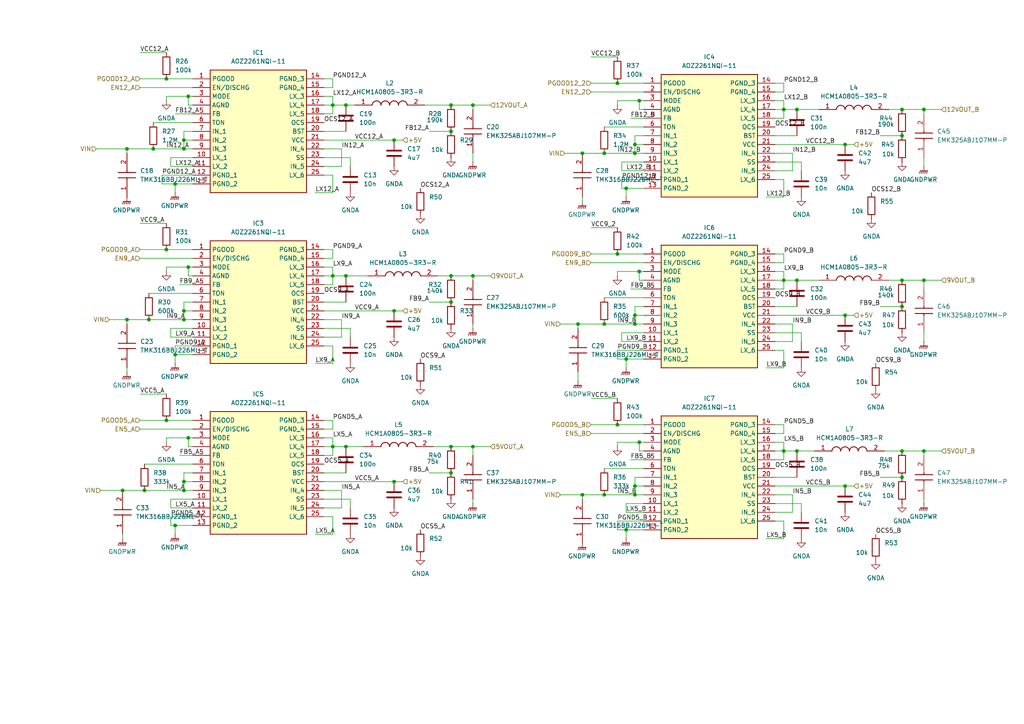
<source format=kicad_sch>
(kicad_sch (version 20250114) (generator "eeschema") (generator_version "9.0")
  (paper "A4")
  (junction (at 100.33 30.48))
  (junction (at 100.33 129.54))
  (junction (at 261.62 39.37))
  (junction (at 130.81 137.16))
  (junction (at 261.62 138.43))
  (junction (at 130.81 38.1))
  (junction (at 181.61 54.61))
  (junction (at 245.11 41.91))
  (junction (at 175.26 93.98))
  (junction (at 53.34 139.7))
  (junction (at 130.81 80.01))
  (junction (at 267.97 31.75))
  (junction (at 50.8 102.87))
  (junction (at 53.34 90.17))
  (junction (at 130.81 30.48))
  (junction (at 54.61 127))
  (junction (at 179.07 123.19))
  (junction (at 100.33 80.01))
  (junction (at 227.33 130.81))
  (junction (at 44.45 43.18))
  (junction (at 179.07 73.66))
  (junction (at 231.14 130.81))
  (junction (at 137.16 30.48))
  (junction (at 137.16 80.01))
  (junction (at 185.42 78.74))
  (junction (at 96.52 30.48))
  (junction (at 168.91 143.51))
  (junction (at 179.07 24.13))
  (junction (at 53.34 43.18))
  (junction (at 114.3 40.64))
  (junction (at 50.8 53.34))
  (junction (at 261.62 81.28))
  (junction (at 185.42 29.21))
  (junction (at 96.52 80.01))
  (junction (at 227.33 31.75))
  (junction (at 167.64 93.98))
  (junction (at 184.15 91.44))
  (junction (at 54.61 77.47))
  (junction (at 96.52 129.54))
  (junction (at 175.26 143.51))
  (junction (at 184.15 143.51))
  (junction (at 267.97 130.81))
  (junction (at 261.62 88.9))
  (junction (at 53.34 40.64))
  (junction (at 114.3 90.17))
  (junction (at 175.26 44.45))
  (junction (at 35.56 142.24))
  (junction (at 53.34 92.71))
  (junction (at 184.15 44.45))
  (junction (at 184.15 93.98))
  (junction (at 36.83 92.71))
  (junction (at 267.97 81.28))
  (junction (at 245.11 91.44))
  (junction (at 245.11 140.97))
  (junction (at 41.91 142.24))
  (junction (at 184.15 41.91))
  (junction (at 48.26 22.86))
  (junction (at 137.16 129.54))
  (junction (at 185.42 128.27))
  (junction (at 43.18 92.71))
  (junction (at 130.81 87.63))
  (junction (at 227.33 81.28))
  (junction (at 181.61 104.14))
  (junction (at 50.8 152.4))
  (junction (at 130.81 129.54))
  (junction (at 184.15 140.97))
  (junction (at 231.14 81.28))
  (junction (at 36.83 43.18))
  (junction (at 54.61 27.94))
  (junction (at 181.61 153.67))
  (junction (at 53.34 142.24))
  (junction (at 168.91 44.45))
  (junction (at 261.62 130.81))
  (junction (at 48.26 121.92))
  (junction (at 48.26 72.39))
  (junction (at 114.3 139.7))
  (junction (at 231.14 31.75))
  (junction (at 261.62 31.75))
  (wire (pts (xy 53.34 38.1) (xy 53.34 40.64)))
  (wire (pts (xy 162.56 93.98) (xy 167.64 93.98)))
  (wire (pts (xy 50.8 100.33) (xy 50.8 102.87)))
  (wire (pts (xy 184.15 93.98) (xy 184.15 91.44)))
  (wire (pts (xy 179.07 153.67) (xy 181.61 153.67)))
  (wire (pts (xy 224.79 138.43) (xy 231.14 138.43)))
  (wire (pts (xy 53.34 142.24) (xy 53.34 139.7)))
  (wire (pts (xy 171.45 115.57) (xy 179.07 115.57)))
  (wire (pts (xy 224.79 78.74) (xy 227.33 78.74)))
  (wire (pts (xy 130.81 80.01) (xy 137.16 80.01)))
  (wire (pts (xy 186.69 101.6) (xy 179.07 101.6)))
  (wire (pts (xy 96.52 129.54) (xy 100.33 129.54)))
  (wire (pts (xy 114.3 139.7) (xy 116.84 139.7)))
  (wire (pts (xy 229.87 99.06) (xy 229.87 93.98)))
  (wire (pts (xy 55.88 27.94) (xy 54.61 27.94)))
  (wire (pts (xy 261.62 138.43) (xy 255.27 138.43)))
  (wire (pts (xy 185.42 81.28) (xy 185.42 78.74)))
  (wire (pts (xy 96.52 100.33) (xy 96.52 105.41)))
  (wire (pts (xy 48.26 77.47) (xy 48.26 78.74)))
  (wire (pts (xy 227.33 125.73) (xy 227.33 123.19)))
  (wire (pts (xy 93.98 90.17) (xy 114.3 90.17)))
  (wire (pts (xy 227.33 31.75) (xy 231.14 31.75)))
  (wire (pts (xy 93.98 40.64) (xy 114.3 40.64)))
  (wire (pts (xy 93.98 43.18) (xy 99.06 43.18)))
  (wire (pts (xy 224.79 29.21) (xy 227.33 29.21)))
  (wire (pts (xy 186.69 151.13) (xy 179.07 151.13)))
  (wire (pts (xy 162.56 143.51) (xy 168.91 143.51)))
  (wire (pts (xy 175.26 143.51) (xy 184.15 143.51)))
  (wire (pts (xy 36.83 43.18) (xy 36.83 44.45)))
  (wire (pts (xy 40.64 64.77) (xy 48.26 64.77)))
  (wire (pts (xy 93.98 50.8) (xy 96.52 50.8)))
  (wire (pts (xy 53.34 139.7) (xy 55.88 139.7)))
  (wire (pts (xy 54.61 27.94) (xy 48.26 27.94)))
  (wire (pts (xy 227.33 26.67) (xy 227.33 24.13)))
  (wire (pts (xy 29.21 142.24) (xy 35.56 142.24)))
  (wire (pts (xy 171.45 24.13) (xy 179.07 24.13)))
  (wire (pts (xy 224.79 93.98) (xy 229.87 93.98)))
  (wire (pts (xy 137.16 80.01) (xy 142.24 80.01)))
  (wire (pts (xy 224.79 26.67) (xy 227.33 26.67)))
  (wire (pts (xy 96.52 72.39) (xy 93.98 72.39)))
  (wire (pts (xy 49.53 152.4) (xy 50.8 152.4)))
  (wire (pts (xy 137.16 129.54) (xy 142.24 129.54)))
  (wire (pts (xy 186.69 130.81) (xy 185.42 130.81)))
  (wire (pts (xy 171.45 66.04) (xy 179.07 66.04)))
  (wire (pts (xy 171.45 26.67) (xy 186.69 26.67)))
  (wire (pts (xy 224.79 125.73) (xy 227.33 125.73)))
  (wire (pts (xy 55.88 50.8) (xy 46.99 50.8)))
  (wire (pts (xy 185.42 130.81) (xy 185.42 128.27)))
  (wire (pts (xy 245.11 91.44) (xy 247.65 91.44)))
  (wire (pts (xy 93.98 77.47) (xy 96.52 77.47)))
  (wire (pts (xy 184.15 91.44) (xy 186.69 91.44)))
  (wire (pts (xy 96.52 127) (xy 96.52 129.54)))
  (wire (pts (xy 224.79 83.82) (xy 227.33 83.82)))
  (wire (pts (xy 182.88 133.35) (xy 186.69 133.35)))
  (wire (pts (xy 186.69 29.21) (xy 185.42 29.21)))
  (wire (pts (xy 44.45 43.18) (xy 53.34 43.18)))
  (wire (pts (xy 181.61 54.61) (xy 181.61 57.15)))
  (wire (pts (xy 93.98 38.1) (xy 100.33 38.1)))
  (wire (pts (xy 168.91 143.51) (xy 168.91 144.78)))
  (wire (pts (xy 261.62 130.81) (xy 267.97 130.81)))
  (wire (pts (xy 41.91 134.62) (xy 55.88 134.62)))
  (wire (pts (xy 186.69 52.07) (xy 180.34 52.07)))
  (wire (pts (xy 224.79 81.28) (xy 227.33 81.28)))
  (wire (pts (xy 184.15 138.43) (xy 184.15 140.97)))
  (wire (pts (xy 99.06 97.79) (xy 99.06 92.71)))
  (wire (pts (xy 43.18 85.09) (xy 55.88 85.09)))
  (wire (pts (xy 175.26 36.83) (xy 186.69 36.83)))
  (wire (pts (xy 100.33 30.48) (xy 102.87 30.48)))
  (wire (pts (xy 55.88 102.87) (xy 50.8 102.87)))
  (wire (pts (xy 123.19 30.48) (xy 130.81 30.48)))
  (wire (pts (xy 167.64 107.95) (xy 167.64 110.49)))
  (wire (pts (xy 137.16 80.01) (xy 137.16 81.28)))
  (wire (pts (xy 55.88 30.48) (xy 54.61 30.48)))
  (wire (pts (xy 50.8 102.87) (xy 50.8 105.41)))
  (wire (pts (xy 93.98 92.71) (xy 99.06 92.71)))
  (wire (pts (xy 224.79 101.6) (xy 227.33 101.6)))
  (wire (pts (xy 93.98 87.63) (xy 100.33 87.63)))
  (wire (pts (xy 137.16 144.78) (xy 137.16 146.05)))
  (wire (pts (xy 186.69 54.61) (xy 181.61 54.61)))
  (wire (pts (xy 96.52 25.4) (xy 96.52 22.86)))
  (wire (pts (xy 167.64 93.98) (xy 167.64 95.25)))
  (wire (pts (xy 44.45 35.56) (xy 55.88 35.56)))
  (wire (pts (xy 137.16 30.48) (xy 137.16 31.75)))
  (wire (pts (xy 227.33 101.6) (xy 227.33 106.68)))
  (wire (pts (xy 227.33 83.82) (xy 227.33 81.28)))
  (wire (pts (xy 184.15 41.91) (xy 186.69 41.91)))
  (wire (pts (xy 93.98 25.4) (xy 96.52 25.4)))
  (wire (pts (xy 185.42 29.21) (xy 179.07 29.21)))
  (wire (pts (xy 49.53 144.78) (xy 49.53 147.32)))
  (wire (pts (xy 186.69 143.51) (xy 184.15 143.51)))
  (wire (pts (xy 179.07 128.27) (xy 179.07 129.54)))
  (wire (pts (xy 181.61 104.14) (xy 181.61 106.68)))
  (wire (pts (xy 93.98 149.86) (xy 96.52 149.86)))
  (wire (pts (xy 137.16 44.45) (xy 137.16 46.99)))
  (wire (pts (xy 224.79 39.37) (xy 231.14 39.37)))
  (wire (pts (xy 93.98 127) (xy 96.52 127)))
  (wire (pts (xy 48.26 22.86) (xy 55.88 22.86)))
  (wire (pts (xy 267.97 81.28) (xy 273.05 81.28)))
  (wire (pts (xy 227.33 81.28) (xy 231.14 81.28)))
  (wire (pts (xy 224.79 151.13) (xy 227.33 151.13)))
  (wire (pts (xy 48.26 121.92) (xy 55.88 121.92)))
  (wire (pts (xy 55.88 80.01) (xy 54.61 80.01)))
  (wire (pts (xy 101.6 95.25) (xy 101.6 97.79)))
  (wire (pts (xy 245.11 41.91) (xy 247.65 41.91)))
  (wire (pts (xy 55.88 77.47) (xy 54.61 77.47)))
  (wire (pts (xy 175.26 135.89) (xy 186.69 135.89)))
  (wire (pts (xy 227.33 73.66) (xy 224.79 73.66)))
  (wire (pts (xy 40.64 114.3) (xy 48.26 114.3)))
  (wire (pts (xy 96.52 105.41) (xy 91.44 105.41)))
  (wire (pts (xy 43.18 92.71) (xy 53.34 92.71)))
  (wire (pts (xy 93.98 33.02) (xy 96.52 33.02)))
  (wire (pts (xy 93.98 139.7) (xy 114.3 139.7)))
  (wire (pts (xy 130.81 129.54) (xy 137.16 129.54)))
  (wire (pts (xy 55.88 92.71) (xy 53.34 92.71)))
  (wire (pts (xy 179.07 101.6) (xy 179.07 104.14)))
  (wire (pts (xy 93.98 30.48) (xy 96.52 30.48)))
  (wire (pts (xy 227.33 133.35) (xy 227.33 130.81)))
  (wire (pts (xy 227.33 128.27) (xy 227.33 130.81)))
  (wire (pts (xy 55.88 45.72) (xy 49.53 45.72)))
  (wire (pts (xy 171.45 76.2) (xy 186.69 76.2)))
  (wire (pts (xy 125.73 129.54) (xy 130.81 129.54)))
  (wire (pts (xy 232.41 46.99) (xy 232.41 49.53)))
  (wire (pts (xy 227.33 52.07) (xy 227.33 57.15)))
  (wire (pts (xy 40.64 15.24) (xy 48.26 15.24)))
  (wire (pts (xy 186.69 104.14) (xy 181.61 104.14)))
  (wire (pts (xy 96.52 55.88) (xy 91.44 55.88)))
  (wire (pts (xy 181.61 148.59) (xy 186.69 148.59)))
  (wire (pts (xy 55.88 38.1) (xy 53.34 38.1)))
  (wire (pts (xy 48.26 27.94) (xy 48.26 29.21)))
  (wire (pts (xy 41.91 142.24) (xy 53.34 142.24)))
  (wire (pts (xy 227.33 57.15) (xy 222.25 57.15)))
  (wire (pts (xy 55.88 53.34) (xy 50.8 53.34)))
  (wire (pts (xy 55.88 149.86) (xy 49.53 149.86)))
  (wire (pts (xy 130.81 38.1) (xy 124.46 38.1)))
  (wire (pts (xy 186.69 153.67) (xy 181.61 153.67)))
  (wire (pts (xy 54.61 30.48) (xy 54.61 27.94)))
  (wire (pts (xy 55.88 144.78) (xy 49.53 144.78)))
  (wire (pts (xy 186.69 44.45) (xy 184.15 44.45)))
  (wire (pts (xy 171.45 16.51) (xy 179.07 16.51)))
  (wire (pts (xy 100.33 129.54) (xy 105.41 129.54)))
  (wire (pts (xy 179.07 151.13) (xy 179.07 153.67)))
  (wire (pts (xy 227.33 29.21) (xy 227.33 31.75)))
  (wire (pts (xy 224.79 88.9) (xy 231.14 88.9)))
  (wire (pts (xy 184.15 39.37) (xy 184.15 41.91)))
  (wire (pts (xy 55.88 127) (xy 54.61 127)))
  (wire (pts (xy 184.15 44.45) (xy 184.15 41.91)))
  (wire (pts (xy 137.16 93.98) (xy 137.16 95.25)))
  (wire (pts (xy 227.33 106.68) (xy 222.25 106.68)))
  (wire (pts (xy 257.81 31.75) (xy 261.62 31.75)))
  (wire (pts (xy 40.64 25.4) (xy 55.88 25.4)))
  (wire (pts (xy 186.69 138.43) (xy 184.15 138.43)))
  (wire (pts (xy 114.3 90.17) (xy 116.84 90.17)))
  (wire (pts (xy 224.79 31.75) (xy 227.33 31.75)))
  (wire (pts (xy 52.07 132.08) (xy 55.88 132.08)))
  (wire (pts (xy 185.42 78.74) (xy 179.07 78.74)))
  (wire (pts (xy 54.61 80.01) (xy 54.61 77.47)))
  (wire (pts (xy 267.97 45.72) (xy 267.97 48.26)))
  (wire (pts (xy 40.64 124.46) (xy 55.88 124.46)))
  (wire (pts (xy 182.88 34.29) (xy 186.69 34.29)))
  (wire (pts (xy 227.33 34.29) (xy 227.33 31.75)))
  (wire (pts (xy 186.69 128.27) (xy 185.42 128.27)))
  (wire (pts (xy 100.33 80.01) (xy 106.68 80.01)))
  (wire (pts (xy 96.52 80.01) (xy 100.33 80.01)))
  (wire (pts (xy 168.91 143.51) (xy 175.26 143.51)))
  (wire (pts (xy 93.98 147.32) (xy 99.06 147.32)))
  (wire (pts (xy 184.15 143.51) (xy 184.15 140.97)))
  (wire (pts (xy 137.16 30.48) (xy 142.24 30.48)))
  (wire (pts (xy 171.45 125.73) (xy 186.69 125.73)))
  (wire (pts (xy 180.34 46.99) (xy 180.34 49.53)))
  (wire (pts (xy 93.98 48.26) (xy 99.06 48.26)))
  (wire (pts (xy 101.6 45.72) (xy 101.6 48.26)))
  (wire (pts (xy 54.61 129.54) (xy 54.61 127)))
  (wire (pts (xy 48.26 127) (xy 48.26 128.27)))
  (wire (pts (xy 224.79 41.91) (xy 245.11 41.91)))
  (wire (pts (xy 186.69 39.37) (xy 184.15 39.37)))
  (wire (pts (xy 184.15 88.9) (xy 184.15 91.44)))
  (wire (pts (xy 55.88 100.33) (xy 50.8 100.33)))
  (wire (pts (xy 36.83 92.71) (xy 36.83 93.98)))
  (wire (pts (xy 180.34 99.06) (xy 186.69 99.06)))
  (wire (pts (xy 53.34 43.18) (xy 53.34 40.64)))
  (wire (pts (xy 130.81 137.16) (xy 124.46 137.16)))
  (wire (pts (xy 186.69 96.52) (xy 180.34 96.52)))
  (wire (pts (xy 186.69 93.98) (xy 184.15 93.98)))
  (wire (pts (xy 185.42 31.75) (xy 185.42 29.21)))
  (wire (pts (xy 101.6 144.78) (xy 101.6 147.32)))
  (wire (pts (xy 231.14 81.28) (xy 237.49 81.28)))
  (wire (pts (xy 186.69 31.75) (xy 185.42 31.75)))
  (wire (pts (xy 35.56 142.24) (xy 41.91 142.24)))
  (wire (pts (xy 261.62 39.37) (xy 255.27 39.37)))
  (wire (pts (xy 179.07 123.19) (xy 186.69 123.19)))
  (wire (pts (xy 224.79 130.81) (xy 227.33 130.81)))
  (wire (pts (xy 184.15 140.97) (xy 186.69 140.97)))
  (wire (pts (xy 50.8 33.02) (xy 55.88 33.02)))
  (wire (pts (xy 175.26 44.45) (xy 184.15 44.45)))
  (wire (pts (xy 229.87 148.59) (xy 229.87 143.51)))
  (wire (pts (xy 227.33 130.81) (xy 231.14 130.81)))
  (wire (pts (xy 36.83 43.18) (xy 44.45 43.18)))
  (wire (pts (xy 231.14 130.81) (xy 236.22 130.81)))
  (wire (pts (xy 182.88 83.82) (xy 186.69 83.82)))
  (wire (pts (xy 261.62 88.9) (xy 255.27 88.9)))
  (wire (pts (xy 267.97 31.75) (xy 267.97 33.02)))
  (wire (pts (xy 232.41 96.52) (xy 232.41 99.06)))
  (wire (pts (xy 93.98 124.46) (xy 96.52 124.46)))
  (wire (pts (xy 55.88 43.18) (xy 53.34 43.18)))
  (wire (pts (xy 50.8 152.4) (xy 50.8 154.94)))
  (wire (pts (xy 186.69 81.28) (xy 185.42 81.28)))
  (wire (pts (xy 179.07 24.13) (xy 186.69 24.13)))
  (wire (pts (xy 93.98 129.54) (xy 96.52 129.54)))
  (wire (pts (xy 96.52 33.02) (xy 96.52 30.48)))
  (wire (pts (xy 224.79 99.06) (xy 229.87 99.06)))
  (wire (pts (xy 49.53 45.72) (xy 49.53 48.26)))
  (wire (pts (xy 185.42 128.27) (xy 179.07 128.27)))
  (wire (pts (xy 27.94 43.18) (xy 36.83 43.18)))
  (wire (pts (xy 93.98 100.33) (xy 96.52 100.33)))
  (wire (pts (xy 96.52 77.47) (xy 96.52 80.01)))
  (wire (pts (xy 48.26 72.39) (xy 55.88 72.39)))
  (wire (pts (xy 227.33 151.13) (xy 227.33 156.21)))
  (wire (pts (xy 224.79 148.59) (xy 229.87 148.59)))
  (wire (pts (xy 186.69 78.74) (xy 185.42 78.74)))
  (wire (pts (xy 96.52 30.48) (xy 100.33 30.48)))
  (wire (pts (xy 224.79 52.07) (xy 227.33 52.07)))
  (wire (pts (xy 96.52 22.86) (xy 93.98 22.86)))
  (wire (pts (xy 261.62 31.75) (xy 267.97 31.75)))
  (wire (pts (xy 49.53 149.86) (xy 49.53 152.4)))
  (wire (pts (xy 96.52 82.55) (xy 96.52 80.01)))
  (wire (pts (xy 186.69 88.9) (xy 184.15 88.9)))
  (wire (pts (xy 55.88 137.16) (xy 53.34 137.16)))
  (wire (pts (xy 231.14 31.75) (xy 237.49 31.75)))
  (wire (pts (xy 224.79 46.99) (xy 232.41 46.99)))
  (wire (pts (xy 224.79 133.35) (xy 227.33 133.35)))
  (wire (pts (xy 55.88 129.54) (xy 54.61 129.54)))
  (wire (pts (xy 53.34 87.63) (xy 53.34 90.17)))
  (wire (pts (xy 53.34 90.17) (xy 55.88 90.17)))
  (wire (pts (xy 36.83 92.71) (xy 43.18 92.71)))
  (wire (pts (xy 93.98 144.78) (xy 101.6 144.78)))
  (wire (pts (xy 52.07 82.55) (xy 55.88 82.55)))
  (wire (pts (xy 127 80.01) (xy 130.81 80.01)))
  (wire (pts (xy 267.97 31.75) (xy 273.05 31.75)))
  (wire (pts (xy 49.53 97.79) (xy 55.88 97.79)))
  (wire (pts (xy 54.61 127) (xy 48.26 127)))
  (wire (pts (xy 224.79 49.53) (xy 229.87 49.53)))
  (wire (pts (xy 179.07 78.74) (xy 179.07 80.01)))
  (wire (pts (xy 35.56 154.94) (xy 35.56 156.21)))
  (wire (pts (xy 224.79 96.52) (xy 232.41 96.52)))
  (wire (pts (xy 227.33 78.74) (xy 227.33 81.28)))
  (wire (pts (xy 49.53 95.25) (xy 49.53 97.79)))
  (wire (pts (xy 130.81 30.48) (xy 137.16 30.48)))
  (wire (pts (xy 267.97 144.78) (xy 267.97 146.05)))
  (wire (pts (xy 96.52 50.8) (xy 96.52 55.88)))
  (wire (pts (xy 49.53 48.26) (xy 55.88 48.26)))
  (wire (pts (xy 93.98 27.94) (xy 96.52 27.94)))
  (wire (pts (xy 46.99 50.8) (xy 46.99 53.34)))
  (wire (pts (xy 180.34 49.53) (xy 186.69 49.53)))
  (wire (pts (xy 46.99 53.34) (xy 50.8 53.34)))
  (wire (pts (xy 53.34 92.71) (xy 53.34 90.17)))
  (wire (pts (xy 171.45 123.19) (xy 179.07 123.19)))
  (wire (pts (xy 55.88 142.24) (xy 53.34 142.24)))
  (wire (pts (xy 40.64 74.93) (xy 55.88 74.93)))
  (wire (pts (xy 40.64 72.39) (xy 48.26 72.39)))
  (wire (pts (xy 36.83 106.68) (xy 36.83 107.95)))
  (wire (pts (xy 137.16 129.54) (xy 137.16 132.08)))
  (wire (pts (xy 261.62 81.28) (xy 267.97 81.28)))
  (wire (pts (xy 55.88 152.4) (xy 50.8 152.4)))
  (wire (pts (xy 114.3 40.64) (xy 116.84 40.64)))
  (wire (pts (xy 267.97 81.28) (xy 267.97 83.82)))
  (wire (pts (xy 31.75 92.71) (xy 36.83 92.71)))
  (wire (pts (xy 99.06 147.32) (xy 99.06 142.24)))
  (wire (pts (xy 227.33 24.13) (xy 224.79 24.13)))
  (wire (pts (xy 175.26 86.36) (xy 186.69 86.36)))
  (wire (pts (xy 227.33 156.21) (xy 222.25 156.21)))
  (wire (pts (xy 227.33 76.2) (xy 227.33 73.66)))
  (wire (pts (xy 179.07 29.21) (xy 179.07 30.48)))
  (wire (pts (xy 93.98 137.16) (xy 100.33 137.16)))
  (wire (pts (xy 130.81 87.63) (xy 124.46 87.63)))
  (wire (pts (xy 224.79 128.27) (xy 227.33 128.27)))
  (wire (pts (xy 186.69 46.99) (xy 180.34 46.99)))
  (wire (pts (xy 40.64 121.92) (xy 48.26 121.92)))
  (wire (pts (xy 180.34 54.61) (xy 181.61 54.61)))
  (wire (pts (xy 93.98 80.01) (xy 96.52 80.01)))
  (wire (pts (xy 54.61 77.47) (xy 48.26 77.47)))
  (wire (pts (xy 224.79 76.2) (xy 227.33 76.2)))
  (wire (pts (xy 224.79 91.44) (xy 245.11 91.44)))
  (wire (pts (xy 40.64 22.86) (xy 48.26 22.86)))
  (wire (pts (xy 181.61 153.67) (xy 181.61 156.21)))
  (wire (pts (xy 96.52 27.94) (xy 96.52 30.48)))
  (wire (pts (xy 55.88 87.63) (xy 53.34 87.63)))
  (wire (pts (xy 227.33 123.19) (xy 224.79 123.19)))
  (wire (pts (xy 93.98 82.55) (xy 96.52 82.55)))
  (wire (pts (xy 93.98 45.72) (xy 101.6 45.72)))
  (wire (pts (xy 179.07 104.14) (xy 181.61 104.14)))
  (wire (pts (xy 50.8 53.34) (xy 50.8 55.88)))
  (wire (pts (xy 245.11 140.97) (xy 247.65 140.97)))
  (wire (pts (xy 96.52 124.46) (xy 96.52 121.92)))
  (wire (pts (xy 180.34 96.52) (xy 180.34 99.06)))
  (wire (pts (xy 55.88 95.25) (xy 49.53 95.25)))
  (wire (pts (xy 96.52 74.93) (xy 96.52 72.39)))
  (wire (pts (xy 186.69 146.05) (xy 181.61 146.05)))
  (wire (pts (xy 224.79 34.29) (xy 227.33 34.29)))
  (wire (pts (xy 96.52 132.08) (xy 96.52 129.54)))
  (wire (pts (xy 99.06 48.26) (xy 99.06 43.18)))
  (wire (pts (xy 267.97 130.81) (xy 267.97 132.08)))
  (wire (pts (xy 96.52 121.92) (xy 93.98 121.92)))
  (wire (pts (xy 232.41 146.05) (xy 232.41 148.59)))
  (wire (pts (xy 93.98 142.24) (xy 99.06 142.24)))
  (wire (pts (xy 93.98 97.79) (xy 99.06 97.79)))
  (wire (pts (xy 224.79 140.97) (xy 245.11 140.97)))
  (wire (pts (xy 163.83 44.45) (xy 168.91 44.45)))
  (wire (pts (xy 93.98 74.93) (xy 96.52 74.93)))
  (wire (pts (xy 267.97 130.81) (xy 273.05 130.81)))
  (wire (pts (xy 224.79 146.05) (xy 232.41 146.05)))
  (wire (pts (xy 179.07 73.66) (xy 186.69 73.66)))
  (wire (pts (xy 49.53 147.32) (xy 55.88 147.32)))
  (wire (pts (xy 175.26 93.98) (xy 184.15 93.98)))
  (wire (pts (xy 93.98 95.25) (xy 101.6 95.25)))
  (wire (pts (xy 224.79 143.51) (xy 229.87 143.51)))
  (wire (pts (xy 96.52 154.94) (xy 91.44 154.94)))
  (wire (pts (xy 168.91 57.15) (xy 168.91 58.42)))
  (wire (pts (xy 167.64 93.98) (xy 175.26 93.98)))
  (wire (pts (xy 168.91 44.45) (xy 175.26 44.45)))
  (wire (pts (xy 53.34 137.16) (xy 53.34 139.7)))
  (wire (pts (xy 257.81 81.28) (xy 261.62 81.28)))
  (wire (pts (xy 96.52 149.86) (xy 96.52 154.94)))
  (wire (pts (xy 171.45 73.66) (xy 179.07 73.66)))
  (wire (pts (xy 181.61 146.05) (xy 181.61 148.59)))
  (wire (pts (xy 53.34 40.64) (xy 55.88 40.64)))
  (wire (pts (xy 180.34 52.07) (xy 180.34 54.61)))
  (wire (pts (xy 256.54 130.81) (xy 261.62 130.81)))
  (wire (pts (xy 229.87 49.53) (xy 229.87 44.45)))
  (wire (pts (xy 93.98 132.08) (xy 96.52 132.08)))
  (wire (pts (xy 267.97 96.52) (xy 267.97 99.06)))
  (wire (pts (xy 224.79 44.45) (xy 229.87 44.45)))
  (label "LX9_A" (at 50.8 97.79 0))
  (label "LX12_A" (at 50.8 48.26 0))
  (label "LX5_A" (at 91.44 154.94 0))
  (label "FB5_A" (at 52.07 132.08 0))
  (label "IN5_A" (at 48.26 142.24 0))
  (label "OCS9_B" (at 224.79 86.36 0))
  (label "LX12_B" (at 181.61 49.53 0))
  (label "LX12_A" (at 96.52 27.94 0))
  (label "IN5_B" (at 229.87 143.51 0))
  (label "LX9_A" (at 96.52 77.47 0))
  (label "PGND9_B" (at 227.33 73.66 0))
  (label "VCC5_B" (at 233.68 140.97 0))
  (label "PGND5_B" (at 227.33 123.19 0))
  (label "FB12_A" (at 50.8 33.02 0))
  (label "PGND5_A" (at 96.52 121.92 0))
  (label "LX9_B" (at 181.61 99.06 0))
  (label "VCC9_A" (at 102.87 90.17 0))
  (label "PGND12_A" (at 96.52 22.86 0))
  (label "OCS12_B" (at 252.73 55.88 0))
  (label "OCS12_B" (at 224.79 36.83 0))
  (label "LX12_A" (at 91.44 55.88 0))
  (label "FB9_A" (at 52.07 82.55 0))
  (label "PGND9_B" (at 179.07 101.6 0))
  (label "PGND9_A" (at 96.52 72.39 0))
  (label "LX9_B" (at 227.33 78.74 0))
  (label "PGND9_A" (at 50.8 100.33 0))
  (label "PGND12_B" (at 227.33 24.13 0))
  (label "VCC12_A" (at 40.64 15.24 0))
  (label "FB9_B" (at 182.88 83.82 0))
  (label "IN9_B" (at 229.87 93.98 0))
  (label "LX5_B" (at 222.25 156.21 0))
  (label "VCC9_2" (at 171.45 66.04 0))
  (label "LX5_A" (at 96.52 127 0))
  (label "VCC12_A" (at 102.87 40.64 0))
  (label "IN9_A" (at 48.26 92.71 0))
  (label "FB12_B" (at 255.27 39.37 180))
  (label "IN5_B" (at 179.07 143.51 0))
  (label "OCS9_B" (at 254 105.41 0))
  (label "PGND5_B" (at 179.07 151.13 0))
  (label "IN9_A" (at 99.06 92.71 0))
  (label "LX9_B" (at 222.25 106.68 0))
  (label "PGND12_A" (at 46.99 50.8 0))
  (label "IN5_A" (at 99.06 142.24 0))
  (label "OCS9_A" (at 93.98 85.09 0))
  (label "VCC5_A" (at 40.64 114.3 0))
  (label "VCC5_B" (at 171.45 115.57 0))
  (label "FB9_A" (at 124.46 87.63 180))
  (label "FB9_B" (at 255.27 88.9 180))
  (label "FB5_B" (at 182.88 133.35 0))
  (label "IN12_B" (at 229.87 44.45 0))
  (label "FB12_B" (at 182.88 34.29 0))
  (label "VCC12_B" (at 233.68 41.91 0))
  (label "IN12_A" (at 48.26 43.18 0))
  (label "LX5_A" (at 50.8 147.32 0))
  (label "OCS5_B" (at 254 154.94 0))
  (label "FB5_A" (at 124.46 137.16 180))
  (label "VCC9_B" (at 233.68 91.44 0))
  (label "IN9_B" (at 179.07 93.98 0))
  (label "IN12_B" (at 179.07 44.45 0))
  (label "LX5_B" (at 181.61 148.59 0))
  (label "OCS12_A" (at 93.98 35.56 0))
  (label "LX5_B" (at 227.33 128.27 0))
  (label "LX12_B" (at 222.25 57.15 0))
  (label "OCS5_A" (at 121.92 153.67 0))
  (label "OCS12_A" (at 121.92 54.61 0))
  (label "OCS5_B" (at 224.79 135.89 0))
  (label "VCC12_B" (at 171.45 16.51 0))
  (label "FB12_A" (at 124.46 38.1 180))
  (label "VCC9_A" (at 40.64 64.77 0))
  (label "OCS5_A" (at 93.98 134.62 0))
  (label "PGND12_B" (at 180.34 52.07 0))
  (label "VCC5_A" (at 102.87 139.7 0))
  (label "LX12_B" (at 227.33 29.21 0))
  (label "PGND5_A" (at 49.53 149.86 0))
  (label "IN12_A" (at 99.06 43.18 0))
  (label "OCS9_A" (at 121.92 104.14 0))
  (label "FB5_B" (at 255.27 138.43 180))
  (label "LX9_A" (at 91.44 105.41 0))
  (hierarchical_label "PGOOD9_A" (shape input) (at 40.64 72.39 180))
  (hierarchical_label "PGOOD9_B" (shape input) (at 171.45 73.66 180))
  (hierarchical_label "+5V" (shape input) (at 116.84 90.17 0))
  (hierarchical_label "+5V" (shape input) (at 116.84 139.7 0))
  (hierarchical_label "VIN" (shape input) (at 163.83 44.45 180))
  (hierarchical_label "EN12_A" (shape input) (at 40.64 25.4 180))
  (hierarchical_label "EN5_B" (shape input) (at 171.45 125.73 180))
  (hierarchical_label "+5V" (shape input) (at 247.65 41.91 0))
  (hierarchical_label "EN9_A" (shape input) (at 40.64 74.93 180))
  (hierarchical_label "5VOUT_A" (shape input) (at 142.24 129.54 0))
  (hierarchical_label "9VOUT_B" (shape input) (at 273.05 81.28 0))
  (hierarchical_label "VIN" (shape input) (at 27.94 43.18 180))
  (hierarchical_label "PGOOD12_2" (shape input) (at 171.45 24.13 180))
  (hierarchical_label "PGOOD5_A" (shape input) (at 40.64 121.92 180))
  (hierarchical_label "EN5_A" (shape input) (at 40.64 124.46 180))
  (hierarchical_label "VIN" (shape input) (at 162.56 93.98 180))
  (hierarchical_label "VIN" (shape input) (at 29.21 142.24 180))
  (hierarchical_label "5VOUT_B" (shape input) (at 273.05 130.81 0))
  (hierarchical_label "12VOUT_B" (shape input) (at 273.05 31.75 0))
  (hierarchical_label "VIN" (shape input) (at 162.56 143.51 180))
  (hierarchical_label "+5V" (shape input) (at 247.65 140.97 0))
  (hierarchical_label "PGOOD5_B" (shape input) (at 171.45 123.19 180))
  (hierarchical_label "EN12_2" (shape input) (at 171.45 26.67 180))
  (hierarchical_label "+5V" (shape input) (at 247.65 91.44 0))
  (hierarchical_label "9VOUT_A" (shape input) (at 142.24 80.01 0))
  (hierarchical_label "EN9_B" (shape input) (at 171.45 76.2 180))
  (hierarchical_label "+5V" (shape input) (at 116.84 40.64 0))
  (hierarchical_label "12VOUT_A" (shape input) (at 142.24 30.48 0))
  (hierarchical_label "VIN" (shape input) (at 31.75 92.71 180))
  (hierarchical_label "PGOOD12_A" (shape input) (at 40.64 22.86 180))
  (symbol (lib_id "power:GNDA") (at 48.26 29.21 0) (unit 1)
    (property "Reference" "#PWR012" (effects (hide yes)))
    (property "Value" "GNDA" (at 48.26 34.29 0))
    (property "Description" "Power symbol creates a global label with name \"GNDA\" , analog ground" (effects (hide yes)))
  )
  (symbol (lib_id "Device:C") (at 232.41 102.87 0) (unit 1)
    (property "Reference" "C40" (at 236.22 101.5999 0) (effects (justify left)))
    (property "Value" "10n" (at 236.22 104.1399 0) (effects (justify left)))
    (property "Footprint" "Capacitor_SMD:C_0805_2012Metric_Pad1.18x1.45mm_HandSolder" (effects (hide yes)))
    (property "Description" "Unpolarized capacitor" (effects (hide yes)))
  )
  (symbol (lib_id "Device:C") (at 101.6 101.6 0) (unit 1)
    (property "Reference" "C25" (at 105.41 100.3299 0) (effects (justify left)))
    (property "Value" "10n" (at 105.41 102.8699 0) (effects (justify left)))
    (property "Footprint" "Capacitor_SMD:C_0805_2012Metric_Pad1.18x1.45mm_HandSolder" (effects (hide yes)))
    (property "Description" "Unpolarized capacitor" (effects (hide yes)))
  )
  (symbol (lib_id "power:GNDA") (at 232.41 156.21 0) (unit 1)
    (property "Reference" "#PWR055" (effects (hide yes)))
    (property "Value" "GNDA" (at 232.41 161.29 0))
    (property "Description" "Power symbol creates a global label with name \"GNDA\" , analog ground" (effects (hide yes)))
  )
  (symbol (lib_id "power:GNDPWR") (at 50.8 105.41 0) (unit 1)
    (property "Reference" "#PWR030" (effects (hide yes)))
    (property "Value" "GNDPWR" (at 50.673 109.22 0))
    (property "Description" "Power symbol creates a global label with name \"GNDPWR\" , global ground" (effects (hide yes)))
  )
  (symbol (lib_id "HCM1A0805-3R3-R:HCM1A0805-3R3-R") (at 237.49 31.75 0) (unit 1)
    (property "Reference" "L4" (at 247.65 25.4 0))
    (property "Value" "HCM1A0805-3R3-R" (at 247.65 27.94 0))
    (property "Footprint" "INDPM8180X540N" (effects (hide yes)))
    (property "Datasheet" "https://www.eaton.com/content/dam/eaton/products/electronic-components/resources/data-sheet/eaton-hcm1a0805-automotive-power-inductors-data-sheet.pdf" (effects (hide yes)))
    (property "Description" "Inductor Power Shielded Wirewound 3.3uH/2.1uH 20% 100KHz Powdered Iron 8A 0.01Ohm DCR Automotive T/R" (effects (hide yes)))
    (property "Height" "5.4" (effects (hide yes)))
    (property "Manufacturer_Name" "Eaton" (effects (hide yes)))
    (property "Manufacturer_Part_Number" "HCM1A0805-3R3-R" (effects (hide yes)))
    (property "Mouser Part Number" "704-HCM1A0805-3R3-R" (effects (hide yes)))
    (property "Mouser Price/Stock" "https://www.mouser.co.uk/ProductDetail/Coiltronics-Eaton/HCM1A0805-3R3-R?qs=KeU%2FaRU0YVUZKMSNn7v39Q%3D%3D" (effects (hide yes)))
    (property "Arrow Part Number" "HCM1A0805-3R3-R" (effects (hide yes)))
    (property "Arrow Price/Stock" "https://www.arrow.com/en/products/hcm1a0805-3r3-r/eaton" (effects (hide yes)))
  )
  (symbol (lib_id "EMK325ABJ107MM-P:EMK325ABJ107MM-P") (at 137.16 144.78 90) (unit 1)
    (property "Reference" "C37" (at 140.97 137.1599 90) (effects (justify right)))
    (property "Value" "EMK325ABJ107MM-P" (at 140.97 139.6999 90) (effects (justify right)))
    (property "Footprint" "CAPC3225X270N" (effects (hide yes)))
    (property "Datasheet" "https://mouser.componentsearchengine.com/Datasheets/1/EMK325ABJ107MM-P.pdf" (effects (hide yes)))
    (property "Description" "Taiyo Yuden 1210 (3225M) 100uF MLCC 16V dc +/-20% SMD EMK325ABJ107MM-P" (effects (hide yes)))
    (property "Height" "2.7" (effects (hide yes)))
    (property "Manufacturer_Name" "TAIYO YUDEN" (effects (hide yes)))
    (property "Manufacturer_Part_Number" "EMK325ABJ107MM-P" (effects (hide yes)))
    (property "Mouser Part Number" "963-EMK325ABJ107MM-P" (effects (hide yes)))
    (property "Mouser Price/Stock" "https://www.mouser.co.uk/ProductDetail/TAIYO-YUDEN/EMK325ABJ107MM-P?qs=Zy5V7Kj3rCUP4LQ55a4G6A%3D%3D" (effects (hide yes)))
    (property "Arrow Part Number" "EMK325ABJ107MM-P" (effects (hide yes)))
    (property "Arrow Price/Stock" "https://www.arrow.com/en/products/emk325abj107mm-p/taiyo-yuden?region=nac" (effects (hide yes)))
  )
  (symbol (lib_id "power:GNDA") (at 254 113.03 0) (unit 1)
    (property "Reference" "#PWR075" (effects (hide yes)))
    (property "Value" "GNDA" (at 254 118.11 0))
    (property "Description" "Power symbol creates a global label with name \"GNDA\" , analog ground" (effects (hide yes)))
  )
  (symbol (lib_id "Device:R") (at 261.62 35.56 180) (unit 1)
    (property "Reference" "R44" (at 255.016 34.29 0) (effects (justify right)))
    (property "Value" "190k" (at 254.508 36.068 0) (effects (justify right)))
    (property "Footprint" "Resistor_SMD:R_0805_2012Metric_Pad1.20x1.40mm_HandSolder" (effects (hide yes)))
    (property "Description" "Resistor" (effects (hide yes)))
  )
  (symbol (lib_id "power:GNDPWR") (at 137.16 146.05 0) (unit 1)
    (property "Reference" "#PWR048" (effects (hide yes)))
    (property "Value" "GNDPWR" (at 137.033 149.86 0))
    (property "Description" "Power symbol creates a global label with name \"GNDPWR\" , global ground" (effects (hide yes)))
  )
  (symbol (lib_id "Device:C") (at 232.41 152.4 0) (unit 1)
    (property "Reference" "C41" (at 236.22 151.1299 0) (effects (justify left)))
    (property "Value" "10n" (at 236.22 153.6699 0) (effects (justify left)))
    (property "Footprint" "Capacitor_SMD:C_0805_2012Metric_Pad1.18x1.45mm_HandSolder" (effects (hide yes)))
    (property "Description" "Unpolarized capacitor" (effects (hide yes)))
  )
  (symbol (lib_id "power:GNDA") (at 101.6 55.88 0) (unit 1)
    (property "Reference" "#PWR016" (effects (hide yes)))
    (property "Value" "GNDA" (at 101.6 60.96 0))
    (property "Description" "Power symbol creates a global label with name \"GNDA\" , analog ground" (effects (hide yes)))
  )
  (symbol (lib_id "TMK316BBJ226ML-T:TMK316BBJ226ML-T") (at 168.91 57.15 90) (unit 1)
    (property "Reference" "C28" (at 172.72 49.5299 90) (effects (justify right)))
    (property "Value" "TMK316BBJ226ML-T" (at 172.72 52.0699 90) (effects (justify right)))
    (property "Footprint" "CAPC3216X190N" (effects (hide yes)))
    (property "Datasheet" "https://ds.yuden.co.jp/TYCOMPAS/or/specSheet?pn=MSAST31LBB5226MTNA01" (effects (hide yes)))
    (property "Description" "Capacitor MLCC 1206 X5R 25V 22uF Taiyo Yuden 22uF Multilayer Ceramic Capacitor (MLCC) 25 V dc +/-20% X5R dielectric M Solder max op. temp. +85C" (effects (hide yes)))
    (property "Height" "1.9" (effects (hide yes)))
    (property "Manufacturer_Name" "TAIYO YUDEN" (effects (hide yes)))
    (property "Manufacturer_Part_Number" "TMK316BBJ226ML-T" (effects (hide yes)))
    (property "Mouser Part Number" "963-TMK316BBJ226ML-T" (effects (hide yes)))
    (property "Mouser Price/Stock" "https://www.mouser.co.uk/ProductDetail/TAIYO-YUDEN/TMK316BBJ226ML-T?qs=%252BAZVS4b%2FkgId3LTy1PIizQ%3D%3D" (effects (hide yes)))
    (property "Arrow Part Number" "TMK316BBJ226ML-T" (effects (hide yes)))
    (property "Arrow Price/Stock" "https://www.arrow.com/en/products/tmk316bbj226ml-t/taiyo-yuden" (effects (hide yes)))
  )
  (symbol (lib_id "Device:R") (at 175.26 90.17 0) (unit 1)
    (property "Reference" "R35" (at 177.8 88.8999 0) (effects (justify left)))
    (property "Value" "600k" (at 177.8 91.4399 0) (effects (justify left)))
    (property "Footprint" "Resistor_SMD:R_0805_2012Metric_Pad1.20x1.40mm_HandSolder" (effects (hide yes)))
    (property "Description" "Resistor" (effects (hide yes)))
  )
  (symbol (lib_id "power:GNDPWR") (at 267.97 48.26 0) (unit 1)
    (property "Reference" "#PWR068" (effects (hide yes)))
    (property "Value" "GNDPWR" (at 267.843 52.07 0))
    (property "Description" "Power symbol creates a global label with name \"GNDPWR\" , global ground" (effects (hide yes)))
  )
  (symbol (lib_id "Device:C") (at 231.14 85.09 0) (unit 1)
    (property "Reference" "C32" (at 234.95 83.8199 0) (effects (justify left)))
    (property "Value" "100n" (at 234.95 86.3599 0) (effects (justify left)))
    (property "Footprint" "Capacitor_SMD:C_0805_2012Metric_Pad1.18x1.45mm_HandSolder" (effects (hide yes)))
    (property "Description" "Unpolarized capacitor" (effects (hide yes)))
  )
  (symbol (lib_id "power:GNDA") (at 114.3 147.32 0) (unit 1)
    (property "Reference" "#PWR046" (effects (hide yes)))
    (property "Value" "GNDA" (at 114.3 152.4 0))
    (property "Description" "Power symbol creates a global label with name \"GNDA\" , analog ground" (effects (hide yes)))
  )
  (symbol (lib_id "Device:R") (at 261.62 43.18 180) (unit 1)
    (property "Reference" "R45" (at 255.524 41.91 0) (effects (justify right)))
    (property "Value" "10k" (at 255.778 44.704 0) (effects (justify right)))
    (property "Footprint" "Resistor_SMD:R_0805_2012Metric_Pad1.20x1.40mm_HandSolder" (effects (hide yes)))
    (property "Description" "Resistor" (effects (hide yes)))
  )
  (symbol (lib_id "EMK325ABJ107MM-P:EMK325ABJ107MM-P") (at 137.16 93.98 90) (unit 1)
    (property "Reference" "C27" (at 140.97 86.3599 90) (effects (justify right)))
    (property "Value" "EMK325ABJ107MM-P" (at 140.97 88.8999 90) (effects (justify right)))
    (property "Footprint" "CAPC3225X270N" (effects (hide yes)))
    (property "Datasheet" "https://mouser.componentsearchengine.com/Datasheets/1/EMK325ABJ107MM-P.pdf" (effects (hide yes)))
    (property "Description" "Taiyo Yuden 1210 (3225M) 100uF MLCC 16V dc +/-20% SMD EMK325ABJ107MM-P" (effects (hide yes)))
    (property "Height" "2.7" (effects (hide yes)))
    (property "Manufacturer_Name" "TAIYO YUDEN" (effects (hide yes)))
    (property "Manufacturer_Part_Number" "EMK325ABJ107MM-P" (effects (hide yes)))
    (property "Mouser Part Number" "963-EMK325ABJ107MM-P" (effects (hide yes)))
    (property "Mouser Price/Stock" "https://www.mouser.co.uk/ProductDetail/TAIYO-YUDEN/EMK325ABJ107MM-P?qs=Zy5V7Kj3rCUP4LQ55a4G6A%3D%3D" (effects (hide yes)))
    (property "Arrow Part Number" "EMK325ABJ107MM-P" (effects (hide yes)))
    (property "Arrow Price/Stock" "https://www.arrow.com/en/products/emk325abj107mm-p/taiyo-yuden?region=nac" (effects (hide yes)))
  )
  (symbol (lib_id "power:GNDPWR") (at 50.8 55.88 0) (unit 1)
    (property "Reference" "#PWR025" (effects (hide yes)))
    (property "Value" "GNDPWR" (at 50.673 59.69 0))
    (property "Description" "Power symbol creates a global label with name \"GNDPWR\" , global ground" (effects (hide yes)))
  )
  (symbol (lib_id "TMK316BBJ226ML-T:TMK316BBJ226ML-T") (at 168.91 157.48 90) (unit 1)
    (property "Reference" "C30" (at 172.72 149.8599 90) (effects (justify right)))
    (property "Value" "TMK316BBJ226ML-T" (at 172.72 152.3999 90) (effects (justify right)))
    (property "Footprint" "CAPC3216X190N" (effects (hide yes)))
    (property "Datasheet" "https://ds.yuden.co.jp/TYCOMPAS/or/specSheet?pn=MSAST31LBB5226MTNA01" (effects (hide yes)))
    (property "Description" "Capacitor MLCC 1206 X5R 25V 22uF Taiyo Yuden 22uF Multilayer Ceramic Capacitor (MLCC) 25 V dc +/-20% X5R dielectric M Solder max op. temp. +85C" (effects (hide yes)))
    (property "Height" "1.9" (effects (hide yes)))
    (property "Manufacturer_Name" "TAIYO YUDEN" (effects (hide yes)))
    (property "Manufacturer_Part_Number" "TMK316BBJ226ML-T" (effects (hide yes)))
    (property "Mouser Part Number" "963-TMK316BBJ226ML-T" (effects (hide yes)))
    (property "Mouser Price/Stock" "https://www.mouser.co.uk/ProductDetail/TAIYO-YUDEN/TMK316BBJ226ML-T?qs=%252BAZVS4b%2FkgId3LTy1PIizQ%3D%3D" (effects (hide yes)))
    (property "Arrow Part Number" "TMK316BBJ226ML-T" (effects (hide yes)))
    (property "Arrow Price/Stock" "https://www.arrow.com/en/products/tmk316bbj226ml-t/taiyo-yuden" (effects (hide yes)))
  )
  (symbol (lib_id "EMK325ABJ107MM-P:EMK325ABJ107MM-P") (at 137.16 44.45 90) (unit 1)
    (property "Reference" "C20" (at 140.97 36.8299 90) (effects (justify right)))
    (property "Value" "EMK325ABJ107MM-P" (at 140.97 39.3699 90) (effects (justify right)))
    (property "Footprint" "CAPC3225X270N" (effects (hide yes)))
    (property "Datasheet" "https://mouser.componentsearchengine.com/Datasheets/1/EMK325ABJ107MM-P.pdf" (effects (hide yes)))
    (property "Description" "Taiyo Yuden 1210 (3225M) 100uF MLCC 16V dc +/-20% SMD EMK325ABJ107MM-P" (effects (hide yes)))
    (property "Height" "2.7" (effects (hide yes)))
    (property "Manufacturer_Name" "TAIYO YUDEN" (effects (hide yes)))
    (property "Manufacturer_Part_Number" "EMK325ABJ107MM-P" (effects (hide yes)))
    (property "Mouser Part Number" "963-EMK325ABJ107MM-P" (effects (hide yes)))
    (property "Mouser Price/Stock" "https://www.mouser.co.uk/ProductDetail/TAIYO-YUDEN/EMK325ABJ107MM-P?qs=Zy5V7Kj3rCUP4LQ55a4G6A%3D%3D" (effects (hide yes)))
    (property "Arrow Part Number" "EMK325ABJ107MM-P" (effects (hide yes)))
    (property "Arrow Price/Stock" "https://www.arrow.com/en/products/emk325abj107mm-p/taiyo-yuden?region=nac" (effects (hide yes)))
  )
  (symbol (lib_id "Device:R") (at 130.81 34.29 180) (unit 1)
    (property "Reference" "R28" (at 124.206 33.02 0) (effects (justify right)))
    (property "Value" "190k" (at 123.698 34.798 0) (effects (justify right)))
    (property "Footprint" "Resistor_SMD:R_0805_2012Metric_Pad1.20x1.40mm_HandSolder" (effects (hide yes)))
    (property "Description" "Resistor" (effects (hide yes)))
  )
  (symbol (lib_id "power:GNDA") (at 179.07 30.48 0) (unit 1)
    (property "Reference" "#PWR040" (effects (hide yes)))
    (property "Value" "GNDA" (at 179.07 35.56 0))
    (property "Description" "Power symbol creates a global label with name \"GNDA\" , analog ground" (effects (hide yes)))
  )
  (symbol (lib_id "power:GNDPWR") (at 181.61 156.21 0) (unit 1)
    (property "Reference" "#PWR052" (effects (hide yes)))
    (property "Value" "GNDPWR" (at 181.483 160.02 0))
    (property "Description" "Power symbol creates a global label with name \"GNDPWR\" , global ground" (effects (hide yes)))
  )
  (symbol (lib_id "Device:R") (at 121.92 107.95 180) (unit 1)
    (property "Reference" "R51" (at 124.46 106.6799 0) (effects (justify right)))
    (property "Value" "10k" (at 116.078 109.474 0) (effects (justify right)))
    (property "Footprint" "Resistor_SMD:R_0805_2012Metric_Pad1.20x1.40mm_HandSolder" (effects (hide yes)))
    (property "Description" "Resistor" (effects (hide yes)))
  )
  (symbol (lib_id "Device:R") (at 48.26 68.58 0) (unit 1)
    (property "Reference" "R31" (at 50.8 67.3099 0) (effects (justify left)))
    (property "Value" "100k" (at 50.8 69.8499 0) (effects (justify left)))
    (property "Footprint" "Resistor_SMD:R_0805_2012Metric_Pad1.20x1.40mm_HandSolder" (effects (hide yes)))
    (property "Description" "Resistor" (effects (hide yes)))
  )
  (symbol (lib_id "LIB_AOZ2261NQI-11:AOZ2261NQI-11") (at 55.88 22.86 0) (unit 1)
    (property "Reference" "IC1" (at 74.93 15.24 0))
    (property "Value" "AOZ2261NQI-11" (at 74.93 17.78 0))
    (property "Footprint" "LIB_AOZ2261NQI-11:AOZ2261NQI11" (effects (hide yes)))
    (property "Datasheet" "http://www.aosmd.com/res/data_sheets/AOZ2261NQI-11.pdf" (effects (hide yes)))
    (property "Description" "Buck Switching Regulator IC Positive Adjustable 0.6V 1 Output 8A 23-PowerTFQFN" (effects (hide yes)))
    (property "Height" "1.05" (effects (hide yes)))
    (property "Manufacturer_Name" "Alpha & Omega Semiconductors" (effects (hide yes)))
    (property "Manufacturer_Part_Number" "AOZ2261NQI-11" (effects (hide yes)))
    (property "Arrow Part Number" "AOZ2261NQI-11" (effects (hide yes)))
    (property "Arrow Price/Stock" "https://www.arrow.com/en/products/aoz2261nqi-11/alpha-and-omega-semiconductor?region=nac" (effects (hide yes)))
  )
  (symbol (lib_id "HCM1A0805-3R3-R:HCM1A0805-3R3-R") (at 105.41 129.54 0) (unit 1)
    (property "Reference" "L5" (at 115.57 123.19 0))
    (property "Value" "HCM1A0805-3R3-R" (at 115.57 125.73 0))
    (property "Footprint" "INDPM8180X540N" (effects (hide yes)))
    (property "Datasheet" "https://www.eaton.com/content/dam/eaton/products/electronic-components/resources/data-sheet/eaton-hcm1a0805-automotive-power-inductors-data-sheet.pdf" (effects (hide yes)))
    (property "Description" "Inductor Power Shielded Wirewound 3.3uH/2.1uH 20% 100KHz Powdered Iron 8A 0.01Ohm DCR Automotive T/R" (effects (hide yes)))
    (property "Height" "5.4" (effects (hide yes)))
    (property "Manufacturer_Name" "Eaton" (effects (hide yes)))
    (property "Manufacturer_Part_Number" "HCM1A0805-3R3-R" (effects (hide yes)))
    (property "Mouser Part Number" "704-HCM1A0805-3R3-R" (effects (hide yes)))
    (property "Mouser Price/Stock" "https://www.mouser.co.uk/ProductDetail/Coiltronics-Eaton/HCM1A0805-3R3-R?qs=KeU%2FaRU0YVUZKMSNn7v39Q%3D%3D" (effects (hide yes)))
    (property "Arrow Part Number" "HCM1A0805-3R3-R" (effects (hide yes)))
    (property "Arrow Price/Stock" "https://www.arrow.com/en/products/hcm1a0805-3r3-r/eaton" (effects (hide yes)))
  )
  (symbol (lib_id "Device:R") (at 121.92 58.42 180) (unit 1)
    (property "Reference" "R50" (at 124.46 57.1499 0) (effects (justify right)))
    (property "Value" "10k" (at 116.078 59.944 0) (effects (justify right)))
    (property "Footprint" "Resistor_SMD:R_0805_2012Metric_Pad1.20x1.40mm_HandSolder" (effects (hide yes)))
    (property "Description" "Resistor" (effects (hide yes)))
  )
  (symbol (lib_id "power:GNDPWR") (at 168.91 157.48 0) (unit 1)
    (property "Reference" "#PWR039" (effects (hide yes)))
    (property "Value" "GNDPWR" (at 168.783 161.29 0))
    (property "Description" "Power symbol creates a global label with name \"GNDPWR\" , global ground" (effects (hide yes)))
  )
  (symbol (lib_id "power:GNDPWR") (at 137.16 46.99 0) (unit 1)
    (property "Reference" "#PWR027" (effects (hide yes)))
    (property "Value" "GNDPWR" (at 137.033 50.8 0))
    (property "Description" "Power symbol creates a global label with name \"GNDPWR\" , global ground" (effects (hide yes)))
  )
  (symbol (lib_id "power:GNDA") (at 252.73 63.5 0) (unit 1)
    (property "Reference" "#PWR076" (effects (hide yes)))
    (property "Value" "GNDA" (at 252.73 68.58 0))
    (property "Description" "Power symbol creates a global label with name \"GNDA\" , analog ground" (effects (hide yes)))
  )
  (symbol (lib_id "power:GNDA") (at 179.07 129.54 0) (unit 1)
    (property "Reference" "#PWR049" (effects (hide yes)))
    (property "Value" "GNDA" (at 179.07 134.62 0))
    (property "Description" "Power symbol creates a global label with name \"GNDA\" , analog ground" (effects (hide yes)))
  )
  (symbol (lib_id "power:GNDPWR") (at 267.97 99.06 0) (unit 1)
    (property "Reference" "#PWR069" (effects (hide yes)))
    (property "Value" "GNDPWR" (at 267.843 102.87 0))
    (property "Description" "Power symbol creates a global label with name \"GNDPWR\" , global ground" (effects (hide yes)))
  )
  (symbol (lib_id "Device:R") (at 130.81 140.97 180) (unit 1)
    (property "Reference" "R41" (at 133.35 139.6999 0) (effects (justify right)))
    (property "Value" "10k" (at 124.968 142.494 0) (effects (justify right)))
    (property "Footprint" "Resistor_SMD:R_0805_2012Metric_Pad1.20x1.40mm_HandSolder" (effects (hide yes)))
    (property "Description" "Resistor" (effects (hide yes)))
  )
  (symbol (lib_id "power:GNDPWR") (at 137.16 95.25 0) (unit 1)
    (property "Reference" "#PWR034" (effects (hide yes)))
    (property "Value" "GNDPWR" (at 137.033 99.06 0))
    (property "Description" "Power symbol creates a global label with name \"GNDPWR\" , global ground" (effects (hide yes)))
  )
  (symbol (lib_id "power:GNDA") (at 48.26 78.74 0) (unit 1)
    (property "Reference" "#PWR029" (effects (hide yes)))
    (property "Value" "GNDA" (at 48.26 83.82 0))
    (property "Description" "Power symbol creates a global label with name \"GNDA\" , analog ground" (effects (hide yes)))
  )
  (symbol (lib_id "power:GNDA") (at 114.3 48.26 0) (unit 1)
    (property "Reference" "#PWR015" (effects (hide yes)))
    (property "Value" "GNDA" (at 114.3 53.34 0))
    (property "Description" "Power symbol creates a global label with name \"GNDA\" , analog ground" (effects (hide yes)))
  )
  (symbol (lib_id "power:GNDPWR") (at 181.61 57.15 0) (unit 1)
    (property "Reference" "#PWR050" (effects (hide yes)))
    (property "Value" "GNDPWR" (at 181.483 60.96 0))
    (property "Description" "Power symbol creates a global label with name \"GNDPWR\" , global ground" (effects (hide yes)))
  )
  (symbol (lib_id "HCM1A0805-3R3-R:HCM1A0805-3R3-R") (at 237.49 81.28 0) (unit 1)
    (property "Reference" "L6" (at 247.65 74.93 0))
    (property "Value" "HCM1A0805-3R3-R" (at 247.65 77.47 0))
    (property "Footprint" "INDPM8180X540N" (effects (hide yes)))
    (property "Datasheet" "https://www.eaton.com/content/dam/eaton/products/electronic-components/resources/data-sheet/eaton-hcm1a0805-automotive-power-inductors-data-sheet.pdf" (effects (hide yes)))
    (property "Description" "Inductor Power Shielded Wirewound 3.3uH/2.1uH 20% 100KHz Powdered Iron 8A 0.01Ohm DCR Automotive T/R" (effects (hide yes)))
    (property "Height" "5.4" (effects (hide yes)))
    (property "Manufacturer_Name" "Eaton" (effects (hide yes)))
    (property "Manufacturer_Part_Number" "HCM1A0805-3R3-R" (effects (hide yes)))
    (property "Mouser Part Number" "704-HCM1A0805-3R3-R" (effects (hide yes)))
    (property "Mouser Price/Stock" "https://www.mouser.co.uk/ProductDetail/Coiltronics-Eaton/HCM1A0805-3R3-R?qs=KeU%2FaRU0YVUZKMSNn7v39Q%3D%3D" (effects (hide yes)))
    (property "Arrow Part Number" "HCM1A0805-3R3-R" (effects (hide yes)))
    (property "Arrow Price/Stock" "https://www.arrow.com/en/products/hcm1a0805-3r3-r/eaton" (effects (hide yes)))
  )
  (symbol (lib_id "Device:R") (at 254 158.75 180) (unit 1)
    (property "Reference" "R53" (at 256.54 157.4799 0) (effects (justify right)))
    (property "Value" "10k" (at 248.158 160.274 0) (effects (justify right)))
    (property "Footprint" "Resistor_SMD:R_0805_2012Metric_Pad1.20x1.40mm_HandSolder" (effects (hide yes)))
    (property "Description" "Resistor" (effects (hide yes)))
  )
  (symbol (lib_id "power:GNDA") (at 114.3 97.79 0) (unit 1)
    (property "Reference" "#PWR032" (effects (hide yes)))
    (property "Value" "GNDA" (at 114.3 102.87 0))
    (property "Description" "Power symbol creates a global label with name \"GNDA\" , analog ground" (effects (hide yes)))
  )
  (symbol (lib_id "Device:R") (at 179.07 20.32 0) (unit 1)
    (property "Reference" "R37" (at 181.61 19.0499 0) (effects (justify left)))
    (property "Value" "100k" (at 181.61 21.5899 0) (effects (justify left)))
    (property "Footprint" "Resistor_SMD:R_0805_2012Metric_Pad1.20x1.40mm_HandSolder" (effects (hide yes)))
    (property "Description" "Resistor" (effects (hide yes)))
  )
  (symbol (lib_id "Device:R") (at 130.81 133.35 180) (unit 1)
    (property "Reference" "R40" (at 124.206 132.08 0) (effects (justify right)))
    (property "Value" "75k" (at 123.698 133.858 0) (effects (justify right)))
    (property "Footprint" "Resistor_SMD:R_0805_2012Metric_Pad1.20x1.40mm_HandSolder" (effects (hide yes)))
    (property "Description" "Resistor" (effects (hide yes)))
  )
  (symbol (lib_id "Device:C") (at 245.11 95.25 0) (unit 1)
    (property "Reference" "C43" (at 248.92 93.9799 0) (effects (justify left)))
    (property "Value" "4u7" (at 248.92 96.5199 0) (effects (justify left)))
    (property "Footprint" "Capacitor_SMD:C_0805_2012Metric_Pad1.18x1.45mm_HandSolder" (effects (hide yes)))
    (property "Description" "Unpolarized capacitor" (effects (hide yes)))
  )
  (symbol (lib_id "TMK316BBJ226ML-T:TMK316BBJ226ML-T") (at 167.64 107.95 90) (unit 1)
    (property "Reference" "C29" (at 171.45 100.3299 90) (effects (justify right)))
    (property "Value" "TMK316BBJ226ML-T" (at 171.45 102.8699 90) (effects (justify right)))
    (property "Footprint" "CAPC3216X190N" (effects (hide yes)))
    (property "Datasheet" "https://ds.yuden.co.jp/TYCOMPAS/or/specSheet?pn=MSAST31LBB5226MTNA01" (effects (hide yes)))
    (property "Description" "Capacitor MLCC 1206 X5R 25V 22uF Taiyo Yuden 22uF Multilayer Ceramic Capacitor (MLCC) 25 V dc +/-20% X5R dielectric M Solder max op. temp. +85C" (effects (hide yes)))
    (property "Height" "1.9" (effects (hide yes)))
    (property "Manufacturer_Name" "TAIYO YUDEN" (effects (hide yes)))
    (property "Manufacturer_Part_Number" "TMK316BBJ226ML-T" (effects (hide yes)))
    (property "Mouser Part Number" "963-TMK316BBJ226ML-T" (effects (hide yes)))
    (property "Mouser Price/Stock" "https://www.mouser.co.uk/ProductDetail/TAIYO-YUDEN/TMK316BBJ226ML-T?qs=%252BAZVS4b%2FkgId3LTy1PIizQ%3D%3D" (effects (hide yes)))
    (property "Arrow Part Number" "TMK316BBJ226ML-T" (effects (hide yes)))
    (property "Arrow Price/Stock" "https://www.arrow.com/en/products/tmk316bbj226ml-t/taiyo-yuden" (effects (hide yes)))
  )
  (symbol (lib_id "Device:R") (at 43.18 88.9 0) (unit 1)
    (property "Reference" "R30" (at 45.72 87.6299 0) (effects (justify left)))
    (property "Value" "600k" (at 45.72 90.1699 0) (effects (justify left)))
    (property "Footprint" "Resistor_SMD:R_0805_2012Metric_Pad1.20x1.40mm_HandSolder" (effects (hide yes)))
    (property "Description" "Resistor" (effects (hide yes)))
  )
  (symbol (lib_id "Device:C") (at 100.33 34.29 0) (unit 1)
    (property "Reference" "C19" (at 104.14 33.0199 0) (effects (justify left)))
    (property "Value" "100n" (at 104.14 35.5599 0) (effects (justify left)))
    (property "Footprint" "Capacitor_SMD:C_0805_2012Metric_Pad1.18x1.45mm_HandSolder" (effects (hide yes)))
    (property "Description" "Unpolarized capacitor" (effects (hide yes)))
  )
  (symbol (lib_id "power:GNDA") (at 245.11 148.59 0) (unit 1)
    (property "Reference" "#PWR064" (effects (hide yes)))
    (property "Value" "GNDA" (at 245.11 153.67 0))
    (property "Description" "Power symbol creates a global label with name \"GNDA\" , analog ground" (effects (hide yes)))
  )
  (symbol (lib_id "HCM1A0805-3R3-R:HCM1A0805-3R3-R") (at 102.87 30.48 0) (unit 1)
    (property "Reference" "L2" (at 113.03 24.13 0))
    (property "Value" "HCM1A0805-3R3-R" (at 113.03 26.67 0))
    (property "Footprint" "INDPM8180X540N" (effects (hide yes)))
    (property "Datasheet" "https://www.eaton.com/content/dam/eaton/products/electronic-components/resources/data-sheet/eaton-hcm1a0805-automotive-power-inductors-data-sheet.pdf" (effects (hide yes)))
    (property "Description" "Inductor Power Shielded Wirewound 3.3uH/2.1uH 20% 100KHz Powdered Iron 8A 0.01Ohm DCR Automotive T/R" (effects (hide yes)))
    (property "Height" "5.4" (effects (hide yes)))
    (property "Manufacturer_Name" "Eaton" (effects (hide yes)))
    (property "Manufacturer_Part_Number" "HCM1A0805-3R3-R" (effects (hide yes)))
    (property "Mouser Part Number" "704-HCM1A0805-3R3-R" (effects (hide yes)))
    (property "Mouser Price/Stock" "https://www.mouser.co.uk/ProductDetail/Coiltronics-Eaton/HCM1A0805-3R3-R?qs=KeU%2FaRU0YVUZKMSNn7v39Q%3D%3D" (effects (hide yes)))
    (property "Arrow Part Number" "HCM1A0805-3R3-R" (effects (hide yes)))
    (property "Arrow Price/Stock" "https://www.arrow.com/en/products/hcm1a0805-3r3-r/eaton" (effects (hide yes)))
  )
  (symbol (lib_id "TMK316BBJ226ML-T:TMK316BBJ226ML-T") (at 35.56 154.94 90) (unit 1)
    (property "Reference" "C33" (at 39.37 147.3199 90) (effects (justify right)))
    (property "Value" "TMK316BBJ226ML-T" (at 39.37 149.8599 90) (effects (justify right)))
    (property "Footprint" "CAPC3216X190N" (effects (hide yes)))
    (property "Datasheet" "https://ds.yuden.co.jp/TYCOMPAS/or/specSheet?pn=MSAST31LBB5226MTNA01" (effects (hide yes)))
    (property "Description" "Capacitor MLCC 1206 X5R 25V 22uF Taiyo Yuden 22uF Multilayer Ceramic Capacitor (MLCC) 25 V dc +/-20% X5R dielectric M Solder max op. temp. +85C" (effects (hide yes)))
    (property "Height" "1.9" (effects (hide yes)))
    (property "Manufacturer_Name" "TAIYO YUDEN" (effects (hide yes)))
    (property "Manufacturer_Part_Number" "TMK316BBJ226ML-T" (effects (hide yes)))
    (property "Mouser Part Number" "963-TMK316BBJ226ML-T" (effects (hide yes)))
    (property "Mouser Price/Stock" "https://www.mouser.co.uk/ProductDetail/TAIYO-YUDEN/TMK316BBJ226ML-T?qs=%252BAZVS4b%2FkgId3LTy1PIizQ%3D%3D" (effects (hide yes)))
    (property "Arrow Part Number" "TMK316BBJ226ML-T" (effects (hide yes)))
    (property "Arrow Price/Stock" "https://www.arrow.com/en/products/tmk316bbj226ml-t/taiyo-yuden" (effects (hide yes)))
  )
  (symbol (lib_id "power:GNDA") (at 261.62 46.99 0) (unit 1)
    (property "Reference" "#PWR065" (effects (hide yes)))
    (property "Value" "GNDA" (at 261.62 52.07 0))
    (property "Description" "Power symbol creates a global label with name \"GNDA\" , analog ground" (effects (hide yes)))
  )
  (symbol (lib_id "Device:R") (at 130.81 83.82 180) (unit 1)
    (property "Reference" "R32" (at 124.206 82.55 0) (effects (justify right)))
    (property "Value" "140k" (at 123.698 84.328 0) (effects (justify right)))
    (property "Footprint" "Resistor_SMD:R_0805_2012Metric_Pad1.20x1.40mm_HandSolder" (effects (hide yes)))
    (property "Description" "Resistor" (effects (hide yes)))
  )
  (symbol (lib_id "LIB_AOZ2261NQI-11:AOZ2261NQI-11") (at 55.88 121.92 0) (unit 1)
    (property "Reference" "IC5" (at 74.93 114.3 0))
    (property "Value" "AOZ2261NQI-11" (at 74.93 116.84 0))
    (property "Footprint" "LIB_AOZ2261NQI-11:AOZ2261NQI11" (effects (hide yes)))
    (property "Datasheet" "http://www.aosmd.com/res/data_sheets/AOZ2261NQI-11.pdf" (effects (hide yes)))
    (property "Description" "Buck Switching Regulator IC Positive Adjustable 0.6V 1 Output 8A 23-PowerTFQFN" (effects (hide yes)))
    (property "Height" "1.05" (effects (hide yes)))
    (property "Manufacturer_Name" "Alpha & Omega Semiconductors" (effects (hide yes)))
    (property "Manufacturer_Part_Number" "AOZ2261NQI-11" (effects (hide yes)))
    (property "Arrow Part Number" "AOZ2261NQI-11" (effects (hide yes)))
    (property "Arrow Price/Stock" "https://www.arrow.com/en/products/aoz2261nqi-11/alpha-and-omega-semiconductor?region=nac" (effects (hide yes)))
  )
  (symbol (lib_id "power:GNDPWR") (at 36.83 57.15 0) (unit 1)
    (property "Reference" "#PWR024" (effects (hide yes)))
    (property "Value" "GNDPWR" (at 36.703 60.96 0))
    (property "Description" "Power symbol creates a global label with name \"GNDPWR\" , global ground" (effects (hide yes)))
  )
  (symbol (lib_id "LIB_AOZ2261NQI-11:AOZ2261NQI-11") (at 186.69 123.19 0) (unit 1)
    (property "Reference" "IC7" (at 205.74 115.57 0))
    (property "Value" "AOZ2261NQI-11" (at 205.74 118.11 0))
    (property "Footprint" "LIB_AOZ2261NQI-11:AOZ2261NQI11" (effects (hide yes)))
    (property "Datasheet" "http://www.aosmd.com/res/data_sheets/AOZ2261NQI-11.pdf" (effects (hide yes)))
    (property "Description" "Buck Switching Regulator IC Positive Adjustable 0.6V 1 Output 8A 23-PowerTFQFN" (effects (hide yes)))
    (property "Height" "1.05" (effects (hide yes)))
    (property "Manufacturer_Name" "Alpha & Omega Semiconductors" (effects (hide yes)))
    (property "Manufacturer_Part_Number" "AOZ2261NQI-11" (effects (hide yes)))
    (property "Arrow Part Number" "AOZ2261NQI-11" (effects (hide yes)))
    (property "Arrow Price/Stock" "https://www.arrow.com/en/products/aoz2261nqi-11/alpha-and-omega-semiconductor?region=nac" (effects (hide yes)))
  )
  (symbol (lib_id "TMK316BBJ226ML-T:TMK316BBJ226ML-T") (at 36.83 106.68 90) (unit 1)
    (property "Reference" "C23" (at 40.64 99.0599 90) (effects (justify right)))
    (property "Value" "TMK316BBJ226ML-T" (at 40.64 101.5999 90) (effects (justify right)))
    (property "Footprint" "CAPC3216X190N" (effects (hide yes)))
    (property "Datasheet" "https://ds.yuden.co.jp/TYCOMPAS/or/specSheet?pn=MSAST31LBB5226MTNA01" (effects (hide yes)))
    (property "Description" "Capacitor MLCC 1206 X5R 25V 22uF Taiyo Yuden 22uF Multilayer Ceramic Capacitor (MLCC) 25 V dc +/-20% X5R dielectric M Solder max op. temp. +85C" (effects (hide yes)))
    (property "Height" "1.9" (effects (hide yes)))
    (property "Manufacturer_Name" "TAIYO YUDEN" (effects (hide yes)))
    (property "Manufacturer_Part_Number" "TMK316BBJ226ML-T" (effects (hide yes)))
    (property "Mouser Part Number" "963-TMK316BBJ226ML-T" (effects (hide yes)))
    (property "Mouser Price/Stock" "https://www.mouser.co.uk/ProductDetail/TAIYO-YUDEN/TMK316BBJ226ML-T?qs=%252BAZVS4b%2FkgId3LTy1PIizQ%3D%3D" (effects (hide yes)))
    (property "Arrow Part Number" "TMK316BBJ226ML-T" (effects (hide yes)))
    (property "Arrow Price/Stock" "https://www.arrow.com/en/products/tmk316bbj226ml-t/taiyo-yuden" (effects (hide yes)))
  )
  (symbol (lib_id "power:GNDA") (at 261.62 146.05 0) (unit 1)
    (property "Reference" "#PWR067" (effects (hide yes)))
    (property "Value" "GNDA" (at 261.62 151.13 0))
    (property "Description" "Power symbol creates a global label with name \"GNDA\" , analog ground" (effects (hide yes)))
  )
  (symbol (lib_id "LIB_AOZ2261NQI-11:AOZ2261NQI-11") (at 186.69 73.66 0) (unit 1)
    (property "Reference" "IC6" (at 205.74 66.04 0))
    (property "Value" "AOZ2261NQI-11" (at 205.74 68.58 0))
    (property "Footprint" "LIB_AOZ2261NQI-11:AOZ2261NQI11" (effects (hide yes)))
    (property "Datasheet" "http://www.aosmd.com/res/data_sheets/AOZ2261NQI-11.pdf" (effects (hide yes)))
    (property "Description" "Buck Switching Regulator IC Positive Adjustable 0.6V 1 Output 8A 23-PowerTFQFN" (effects (hide yes)))
    (property "Height" "1.05" (effects (hide yes)))
    (property "Manufacturer_Name" "Alpha & Omega Semiconductors" (effects (hide yes)))
    (property "Manufacturer_Part_Number" "AOZ2261NQI-11" (effects (hide yes)))
    (property "Arrow Part Number" "AOZ2261NQI-11" (effects (hide yes)))
    (property "Arrow Price/Stock" "https://www.arrow.com/en/products/aoz2261nqi-11/alpha-and-omega-semiconductor?region=nac" (effects (hide yes)))
  )
  (symbol (lib_id "EMK325ABJ107MM-P:EMK325ABJ107MM-P") (at 267.97 45.72 90) (unit 1)
    (property "Reference" "C45" (at 271.78 38.0999 90) (effects (justify right)))
    (property "Value" "EMK325ABJ107MM-P" (at 271.78 40.6399 90) (effects (justify right)))
    (property "Footprint" "CAPC3225X270N" (effects (hide yes)))
    (property "Datasheet" "https://mouser.componentsearchengine.com/Datasheets/1/EMK325ABJ107MM-P.pdf" (effects (hide yes)))
    (property "Description" "Taiyo Yuden 1210 (3225M) 100uF MLCC 16V dc +/-20% SMD EMK325ABJ107MM-P" (effects (hide yes)))
    (property "Height" "2.7" (effects (hide yes)))
    (property "Manufacturer_Name" "TAIYO YUDEN" (effects (hide yes)))
    (property "Manufacturer_Part_Number" "EMK325ABJ107MM-P" (effects (hide yes)))
    (property "Mouser Part Number" "963-EMK325ABJ107MM-P" (effects (hide yes)))
    (property "Mouser Price/Stock" "https://www.mouser.co.uk/ProductDetail/TAIYO-YUDEN/EMK325ABJ107MM-P?qs=Zy5V7Kj3rCUP4LQ55a4G6A%3D%3D" (effects (hide yes)))
    (property "Arrow Part Number" "EMK325ABJ107MM-P" (effects (hide yes)))
    (property "Arrow Price/Stock" "https://www.arrow.com/en/products/emk325abj107mm-p/taiyo-yuden?region=nac" (effects (hide yes)))
  )
  (symbol (lib_id "power:GNDPWR") (at 267.97 146.05 0) (unit 1)
    (property "Reference" "#PWR070" (effects (hide yes)))
    (property "Value" "GNDPWR" (at 267.843 149.86 0))
    (property "Description" "Power symbol creates a global label with name \"GNDPWR\" , global ground" (effects (hide yes)))
  )
  (symbol (lib_id "Device:R") (at 261.62 92.71 180) (unit 1)
    (property "Reference" "R47" (at 255.778 91.44 0) (effects (justify right)))
    (property "Value" "10k" (at 255.778 94.234 0) (effects (justify right)))
    (property "Footprint" "Resistor_SMD:R_0805_2012Metric_Pad1.20x1.40mm_HandSolder" (effects (hide yes)))
    (property "Description" "Resistor" (effects (hide yes)))
  )
  (symbol (lib_id "HCM1A0805-3R3-R:HCM1A0805-3R3-R") (at 106.68 80.01 0) (unit 1)
    (property "Reference" "L3" (at 116.84 73.66 0))
    (property "Value" "HCM1A0805-3R3-R" (at 116.84 76.2 0))
    (property "Footprint" "INDPM8180X540N" (effects (hide yes)))
    (property "Datasheet" "https://www.eaton.com/content/dam/eaton/products/electronic-components/resources/data-sheet/eaton-hcm1a0805-automotive-power-inductors-data-sheet.pdf" (effects (hide yes)))
    (property "Description" "Inductor Power Shielded Wirewound 3.3uH/2.1uH 20% 100KHz Powdered Iron 8A 0.01Ohm DCR Automotive T/R" (effects (hide yes)))
    (property "Height" "5.4" (effects (hide yes)))
    (property "Manufacturer_Name" "Eaton" (effects (hide yes)))
    (property "Manufacturer_Part_Number" "HCM1A0805-3R3-R" (effects (hide yes)))
    (property "Mouser Part Number" "704-HCM1A0805-3R3-R" (effects (hide yes)))
    (property "Mouser Price/Stock" "https://www.mouser.co.uk/ProductDetail/Coiltronics-Eaton/HCM1A0805-3R3-R?qs=KeU%2FaRU0YVUZKMSNn7v39Q%3D%3D" (effects (hide yes)))
    (property "Arrow Part Number" "HCM1A0805-3R3-R" (effects (hide yes)))
    (property "Arrow Price/Stock" "https://www.arrow.com/en/products/hcm1a0805-3r3-r/eaton" (effects (hide yes)))
  )
  (symbol (lib_id "power:GNDA") (at 130.81 144.78 0) (unit 1)
    (property "Reference" "#PWR047" (effects (hide yes)))
    (property "Value" "GNDA" (at 130.81 149.86 0))
    (property "Description" "Power symbol creates a global label with name \"GNDA\" , analog ground" (effects (hide yes)))
  )
  (symbol (lib_id "power:GNDA") (at 121.92 111.76 0) (unit 1)
    (property "Reference" "#PWR072" (effects (hide yes)))
    (property "Value" "GNDA" (at 121.92 116.84 0))
    (property "Description" "Power symbol creates a global label with name \"GNDA\" , analog ground" (effects (hide yes)))
  )
  (symbol (lib_id "Device:R") (at 175.26 40.64 0) (unit 1)
    (property "Reference" "R34" (at 177.8 39.3699 0) (effects (justify left)))
    (property "Value" "1.2M" (at 177.8 41.9099 0) (effects (justify left)))
    (property "Footprint" "Resistor_SMD:R_0805_2012Metric_Pad1.20x1.40mm_HandSolder" (effects (hide yes)))
    (property "Description" "Resistor" (effects (hide yes)))
  )
  (symbol (lib_id "power:GNDA") (at 101.6 105.41 0) (unit 1)
    (property "Reference" "#PWR031" (effects (hide yes)))
    (property "Value" "GNDA" (at 101.6 110.49 0))
    (property "Description" "Power symbol creates a global label with name \"GNDA\" , analog ground" (effects (hide yes)))
  )
  (symbol (lib_id "TMK316BBJ226ML-T:TMK316BBJ226ML-T") (at 36.83 57.15 90) (unit 1)
    (property "Reference" "C18" (at 40.64 49.5299 90) (effects (justify right)))
    (property "Value" "TMK316BBJ226ML-T" (at 40.64 52.0699 90) (effects (justify right)))
    (property "Footprint" "CAPC3216X190N" (effects (hide yes)))
    (property "Datasheet" "https://ds.yuden.co.jp/TYCOMPAS/or/specSheet?pn=MSAST31LBB5226MTNA01" (effects (hide yes)))
    (property "Description" "Capacitor MLCC 1206 X5R 25V 22uF Taiyo Yuden 22uF Multilayer Ceramic Capacitor (MLCC) 25 V dc +/-20% X5R dielectric M Solder max op. temp. +85C" (effects (hide yes)))
    (property "Height" "1.9" (effects (hide yes)))
    (property "Manufacturer_Name" "TAIYO YUDEN" (effects (hide yes)))
    (property "Manufacturer_Part_Number" "TMK316BBJ226ML-T" (effects (hide yes)))
    (property "Mouser Part Number" "963-TMK316BBJ226ML-T" (effects (hide yes)))
    (property "Mouser Price/Stock" "https://www.mouser.co.uk/ProductDetail/TAIYO-YUDEN/TMK316BBJ226ML-T?qs=%252BAZVS4b%2FkgId3LTy1PIizQ%3D%3D" (effects (hide yes)))
    (property "Arrow Part Number" "TMK316BBJ226ML-T" (effects (hide yes)))
    (property "Arrow Price/Stock" "https://www.arrow.com/en/products/tmk316bbj226ml-t/taiyo-yuden" (effects (hide yes)))
  )
  (symbol (lib_id "Device:R") (at 130.81 41.91 180) (unit 1)
    (property "Reference" "R29" (at 133.35 40.6399 0) (effects (justify right)))
    (property "Value" "10k" (at 124.968 43.434 0) (effects (justify right)))
    (property "Footprint" "Resistor_SMD:R_0805_2012Metric_Pad1.20x1.40mm_HandSolder" (effects (hide yes)))
    (property "Description" "Resistor" (effects (hide yes)))
  )
  (symbol (lib_id "EMK325ABJ107MM-P:EMK325ABJ107MM-P") (at 267.97 144.78 90) (unit 1)
    (property "Reference" "C47" (at 271.78 137.1599 90) (effects (justify right)))
    (property "Value" "EMK325ABJ107MM-P" (at 271.78 139.6999 90) (effects (justify right)))
    (property "Footprint" "CAPC3225X270N" (effects (hide yes)))
    (property "Datasheet" "https://mouser.componentsearchengine.com/Datasheets/1/EMK325ABJ107MM-P.pdf" (effects (hide yes)))
    (property "Description" "Taiyo Yuden 1210 (3225M) 100uF MLCC 16V dc +/-20% SMD EMK325ABJ107MM-P" (effects (hide yes)))
    (property "Height" "2.7" (effects (hide yes)))
    (property "Manufacturer_Name" "TAIYO YUDEN" (effects (hide yes)))
    (property "Manufacturer_Part_Number" "EMK325ABJ107MM-P" (effects (hide yes)))
    (property "Mouser Part Number" "963-EMK325ABJ107MM-P" (effects (hide yes)))
    (property "Mouser Price/Stock" "https://www.mouser.co.uk/ProductDetail/TAIYO-YUDEN/EMK325ABJ107MM-P?qs=Zy5V7Kj3rCUP4LQ55a4G6A%3D%3D" (effects (hide yes)))
    (property "Arrow Part Number" "EMK325ABJ107MM-P" (effects (hide yes)))
    (property "Arrow Price/Stock" "https://www.arrow.com/en/products/emk325abj107mm-p/taiyo-yuden?region=nac" (effects (hide yes)))
  )
  (symbol (lib_id "Device:C") (at 114.3 44.45 0) (unit 1)
    (property "Reference" "C17" (at 118.11 43.1799 0) (effects (justify left)))
    (property "Value" "4u7" (at 118.11 45.7199 0) (effects (justify left)))
    (property "Footprint" "Capacitor_SMD:C_0805_2012Metric_Pad1.18x1.45mm_HandSolder" (effects (hide yes)))
    (property "Description" "Unpolarized capacitor" (effects (hide yes)))
  )
  (symbol (lib_id "power:GNDPWR") (at 50.8 154.94 0) (unit 1)
    (property "Reference" "#PWR044" (effects (hide yes)))
    (property "Value" "GNDPWR" (at 50.673 158.75 0))
    (property "Description" "Power symbol creates a global label with name \"GNDPWR\" , global ground" (effects (hide yes)))
  )
  (symbol (lib_id "Device:R") (at 175.26 139.7 0) (unit 1)
    (property "Reference" "R36" (at 177.8 138.4299 0) (effects (justify left)))
    (property "Value" "333k" (at 177.8 140.9699 0) (effects (justify left)))
    (property "Footprint" "Resistor_SMD:R_0805_2012Metric_Pad1.20x1.40mm_HandSolder" (effects (hide yes)))
    (property "Description" "Resistor" (effects (hide yes)))
  )
  (symbol (lib_id "power:GNDA") (at 130.81 95.25 0) (unit 1)
    (property "Reference" "#PWR033" (effects (hide yes)))
    (property "Value" "GNDA" (at 130.81 100.33 0))
    (property "Description" "Power symbol creates a global label with name \"GNDA\" , analog ground" (effects (hide yes)))
  )
  (symbol (lib_id "power:GNDPWR") (at 35.56 156.21 0) (unit 1)
    (property "Reference" "#PWR042" (effects (hide yes)))
    (property "Value" "GNDPWR" (at 35.433 160.02 0))
    (property "Description" "Power symbol creates a global label with name \"GNDPWR\" , global ground" (effects (hide yes)))
  )
  (symbol (lib_id "Device:R") (at 121.92 157.48 180) (unit 1)
    (property "Reference" "R52" (at 124.46 156.2099 0) (effects (justify right)))
    (property "Value" "10k" (at 116.078 159.004 0) (effects (justify right)))
    (property "Footprint" "Resistor_SMD:R_0805_2012Metric_Pad1.20x1.40mm_HandSolder" (effects (hide yes)))
    (property "Description" "Resistor" (effects (hide yes)))
  )
  (symbol (lib_id "Device:R") (at 252.73 59.69 180) (unit 1)
    (property "Reference" "R55" (at 255.27 58.4199 0) (effects (justify right)))
    (property "Value" "10k" (at 246.888 61.214 0) (effects (justify right)))
    (property "Footprint" "Resistor_SMD:R_0805_2012Metric_Pad1.20x1.40mm_HandSolder" (effects (hide yes)))
    (property "Description" "Resistor" (effects (hide yes)))
  )
  (symbol (lib_id "power:GNDPWR") (at 181.61 106.68 0) (unit 1)
    (property "Reference" "#PWR051" (effects (hide yes)))
    (property "Value" "GNDPWR" (at 181.483 110.49 0))
    (property "Description" "Power symbol creates a global label with name \"GNDPWR\" , global ground" (effects (hide yes)))
  )
  (symbol (lib_id "power:GNDA") (at 121.92 161.29 0) (unit 1)
    (property "Reference" "#PWR073" (effects (hide yes)))
    (property "Value" "GNDA" (at 121.92 166.37 0))
    (property "Description" "Power symbol creates a global label with name \"GNDA\" , analog ground" (effects (hide yes)))
  )
  (symbol (lib_id "Device:C") (at 245.11 144.78 0) (unit 1)
    (property "Reference" "C44" (at 248.92 143.5099 0) (effects (justify left)))
    (property "Value" "4u7" (at 248.92 146.0499 0) (effects (justify left)))
    (property "Footprint" "Capacitor_SMD:C_0805_2012Metric_Pad1.18x1.45mm_HandSolder" (effects (hide yes)))
    (property "Description" "Unpolarized capacitor" (effects (hide yes)))
  )
  (symbol (lib_id "power:GNDA") (at 245.11 99.06 0) (unit 1)
    (property "Reference" "#PWR063" (effects (hide yes)))
    (property "Value" "GNDA" (at 245.11 104.14 0))
    (property "Description" "Power symbol creates a global label with name \"GNDA\" , analog ground" (effects (hide yes)))
  )
  (symbol (lib_id "Device:C") (at 101.6 52.07 0) (unit 1)
    (property "Reference" "C13" (at 105.41 50.7999 0) (effects (justify left)))
    (property "Value" "10n" (at 105.41 53.3399 0) (effects (justify left)))
    (property "Footprint" "Capacitor_SMD:C_0805_2012Metric_Pad1.18x1.45mm_HandSolder" (effects (hide yes)))
    (property "Description" "Unpolarized capacitor" (effects (hide yes)))
  )
  (symbol (lib_id "Device:R") (at 261.62 134.62 180) (unit 1)
    (property "Reference" "R48" (at 255.016 133.35 0) (effects (justify right)))
    (property "Value" "75k" (at 254.508 135.128 0) (effects (justify right)))
    (property "Footprint" "Resistor_SMD:R_0805_2012Metric_Pad1.20x1.40mm_HandSolder" (effects (hide yes)))
    (property "Description" "Resistor" (effects (hide yes)))
  )
  (symbol (lib_id "power:GNDPWR") (at 167.64 110.49 0) (unit 1)
    (property "Reference" "#PWR038" (effects (hide yes)))
    (property "Value" "GNDPWR" (at 167.513 114.3 0))
    (property "Description" "Power symbol creates a global label with name \"GNDPWR\" , global ground" (effects (hide yes)))
  )
  (symbol (lib_id "Device:C") (at 231.14 134.62 0) (unit 1)
    (property "Reference" "C38" (at 234.95 133.3499 0) (effects (justify left)))
    (property "Value" "100n" (at 234.95 135.8899 0) (effects (justify left)))
    (property "Footprint" "Capacitor_SMD:C_0805_2012Metric_Pad1.18x1.45mm_HandSolder" (effects (hide yes)))
    (property "Description" "Unpolarized capacitor" (effects (hide yes)))
  )
  (symbol (lib_id "power:GNDA") (at 245.11 49.53 0) (unit 1)
    (property "Reference" "#PWR062" (effects (hide yes)))
    (property "Value" "GNDA" (at 245.11 54.61 0))
    (property "Description" "Power symbol creates a global label with name \"GNDA\" , analog ground" (effects (hide yes)))
  )
  (symbol (lib_id "power:GNDA") (at 121.92 62.23 0) (unit 1)
    (property "Reference" "#PWR071" (effects (hide yes)))
    (property "Value" "GNDA" (at 121.92 67.31 0))
    (property "Description" "Power symbol creates a global label with name \"GNDA\" , analog ground" (effects (hide yes)))
  )
  (symbol (lib_id "Device:C") (at 245.11 45.72 0) (unit 1)
    (property "Reference" "C42" (at 248.92 44.4499 0) (effects (justify left)))
    (property "Value" "4u7" (at 248.92 46.9899 0) (effects (justify left)))
    (property "Footprint" "Capacitor_SMD:C_0805_2012Metric_Pad1.18x1.45mm_HandSolder" (effects (hide yes)))
    (property "Description" "Unpolarized capacitor" (effects (hide yes)))
  )
  (symbol (lib_id "power:GNDA") (at 48.26 128.27 0) (unit 1)
    (property "Reference" "#PWR043" (effects (hide yes)))
    (property "Value" "GNDA" (at 48.26 133.35 0))
    (property "Description" "Power symbol creates a global label with name \"GNDA\" , analog ground" (effects (hide yes)))
  )
  (symbol (lib_id "Device:C") (at 231.14 35.56 0) (unit 1)
    (property "Reference" "C31" (at 234.95 34.2899 0) (effects (justify left)))
    (property "Value" "100n" (at 234.95 36.8299 0) (effects (justify left)))
    (property "Footprint" "Capacitor_SMD:C_0805_2012Metric_Pad1.18x1.45mm_HandSolder" (effects (hide yes)))
    (property "Description" "Unpolarized capacitor" (effects (hide yes)))
  )
  (symbol (lib_id "Device:R") (at 179.07 69.85 0) (unit 1)
    (property "Reference" "R42" (at 181.61 68.5799 0) (effects (justify left)))
    (property "Value" "100k" (at 181.61 71.1199 0) (effects (justify left)))
    (property "Footprint" "Resistor_SMD:R_0805_2012Metric_Pad1.20x1.40mm_HandSolder" (effects (hide yes)))
    (property "Description" "Resistor" (effects (hide yes)))
  )
  (symbol (lib_id "Device:C") (at 114.3 93.98 0) (unit 1)
    (property "Reference" "C26" (at 118.11 92.7099 0) (effects (justify left)))
    (property "Value" "4u7" (at 118.11 95.2499 0) (effects (justify left)))
    (property "Footprint" "Capacitor_SMD:C_0805_2012Metric_Pad1.18x1.45mm_HandSolder" (effects (hide yes)))
    (property "Description" "Unpolarized capacitor" (effects (hide yes)))
  )
  (symbol (lib_id "power:GNDA") (at 101.6 154.94 0) (unit 1)
    (property "Reference" "#PWR045" (effects (hide yes)))
    (property "Value" "GNDA" (at 101.6 160.02 0))
    (property "Description" "Power symbol creates a global label with name \"GNDA\" , analog ground" (effects (hide yes)))
  )
  (symbol (lib_id "power:GNDA") (at 254 162.56 0) (unit 1)
    (property "Reference" "#PWR074" (effects (hide yes)))
    (property "Value" "GNDA" (at 254 167.64 0))
    (property "Description" "Power symbol creates a global label with name \"GNDA\" , analog ground" (effects (hide yes)))
  )
  (symbol (lib_id "power:GNDA") (at 232.41 57.15 0) (unit 1)
    (property "Reference" "#PWR053" (effects (hide yes)))
    (property "Value" "GNDA" (at 232.41 62.23 0))
    (property "Description" "Power symbol creates a global label with name \"GNDA\" , analog ground" (effects (hide yes)))
  )
  (symbol (lib_id "Device:R") (at 48.26 19.05 0) (unit 1)
    (property "Reference" "R26" (at 50.8 17.7799 0) (effects (justify left)))
    (property "Value" "100k" (at 50.8 20.3199 0) (effects (justify left)))
    (property "Footprint" "Resistor_SMD:R_0805_2012Metric_Pad1.20x1.40mm_HandSolder" (effects (hide yes)))
    (property "Description" "Resistor" (effects (hide yes)))
  )
  (symbol (lib_id "LIB_AOZ2261NQI-11:AOZ2261NQI-11") (at 55.88 72.39 0) (unit 1)
    (property "Reference" "IC3" (at 74.93 64.77 0))
    (property "Value" "AOZ2261NQI-11" (at 74.93 67.31 0))
    (property "Footprint" "LIB_AOZ2261NQI-11:AOZ2261NQI11" (effects (hide yes)))
    (property "Datasheet" "http://www.aosmd.com/res/data_sheets/AOZ2261NQI-11.pdf" (effects (hide yes)))
    (property "Description" "Buck Switching Regulator IC Positive Adjustable 0.6V 1 Output 8A 23-PowerTFQFN" (effects (hide yes)))
    (property "Height" "1.05" (effects (hide yes)))
    (property "Manufacturer_Name" "Alpha & Omega Semiconductors" (effects (hide yes)))
    (property "Manufacturer_Part_Number" "AOZ2261NQI-11" (effects (hide yes)))
    (property "Arrow Part Number" "AOZ2261NQI-11" (effects (hide yes)))
    (property "Arrow Price/Stock" "https://www.arrow.com/en/products/aoz2261nqi-11/alpha-and-omega-semiconductor?region=nac" (effects (hide yes)))
  )
  (symbol (lib_id "Device:R") (at 254 109.22 180) (unit 1)
    (property "Reference" "R54" (at 256.54 107.9499 0) (effects (justify right)))
    (property "Value" "10k" (at 248.158 110.744 0) (effects (justify right)))
    (property "Footprint" "Resistor_SMD:R_0805_2012Metric_Pad1.20x1.40mm_HandSolder" (effects (hide yes)))
    (property "Description" "Resistor" (effects (hide yes)))
  )
  (symbol (lib_id "Device:R") (at 261.62 142.24 180) (unit 1)
    (property "Reference" "R49" (at 255.778 140.716 0) (effects (justify right)))
    (property "Value" "10k" (at 255.778 143.764 0) (effects (justify right)))
    (property "Footprint" "Resistor_SMD:R_0805_2012Metric_Pad1.20x1.40mm_HandSolder" (effects (hide yes)))
    (property "Description" "Resistor" (effects (hide yes)))
  )
  (symbol (lib_id "Device:R") (at 44.45 39.37 0) (unit 1)
    (property "Reference" "R27" (at 46.99 38.0999 0) (effects (justify left)))
    (property "Value" "1.2M" (at 46.99 40.6399 0) (effects (justify left)))
    (property "Footprint" "Resistor_SMD:R_0805_2012Metric_Pad1.20x1.40mm_HandSolder" (effects (hide yes)))
    (property "Description" "Resistor" (effects (hide yes)))
  )
  (symbol (lib_id "Device:R") (at 130.81 91.44 180) (unit 1)
    (property "Reference" "R33" (at 133.35 90.1699 0) (effects (justify right)))
    (property "Value" "10k" (at 124.968 92.964 0) (effects (justify right)))
    (property "Footprint" "Resistor_SMD:R_0805_2012Metric_Pad1.20x1.40mm_HandSolder" (effects (hide yes)))
    (property "Description" "Resistor" (effects (hide yes)))
  )
  (symbol (lib_id "Device:C") (at 114.3 143.51 0) (unit 1)
    (property "Reference" "C36" (at 118.11 142.2399 0) (effects (justify left)))
    (property "Value" "4u7" (at 118.11 144.7799 0) (effects (justify left)))
    (property "Footprint" "Capacitor_SMD:C_0805_2012Metric_Pad1.18x1.45mm_HandSolder" (effects (hide yes)))
    (property "Description" "Unpolarized capacitor" (effects (hide yes)))
  )
  (symbol (lib_id "Device:C") (at 232.41 53.34 0) (unit 1)
    (property "Reference" "C39" (at 236.22 52.0699 0) (effects (justify left)))
    (property "Value" "10n" (at 236.22 54.6099 0) (effects (justify left)))
    (property "Footprint" "Capacitor_SMD:C_0805_2012Metric_Pad1.18x1.45mm_HandSolder" (effects (hide yes)))
    (property "Description" "Unpolarized capacitor" (effects (hide yes)))
  )
  (symbol (lib_id "power:GNDPWR") (at 168.91 58.42 0) (unit 1)
    (property "Reference" "#PWR037" (effects (hide yes)))
    (property "Value" "GNDPWR" (at 168.783 62.23 0))
    (property "Description" "Power symbol creates a global label with name \"GNDPWR\" , global ground" (effects (hide yes)))
  )
  (symbol (lib_id "power:GNDA") (at 232.41 106.68 0) (unit 1)
    (property "Reference" "#PWR054" (effects (hide yes)))
    (property "Value" "GNDA" (at 232.41 111.76 0))
    (property "Description" "Power symbol creates a global label with name \"GNDA\" , analog ground" (effects (hide yes)))
  )
  (symbol (lib_id "Device:C") (at 101.6 151.13 0) (unit 1)
    (property "Reference" "C35" (at 105.41 149.8599 0) (effects (justify left)))
    (property "Value" "10n" (at 105.41 152.3999 0) (effects (justify left)))
    (property "Footprint" "Capacitor_SMD:C_0805_2012Metric_Pad1.18x1.45mm_HandSolder" (effects (hide yes)))
    (property "Description" "Unpolarized capacitor" (effects (hide yes)))
  )
  (symbol (lib_id "Device:C") (at 100.33 83.82 0) (unit 1)
    (property "Reference" "C24" (at 104.14 82.5499 0) (effects (justify left)))
    (property "Value" "100n" (at 104.14 85.0899 0) (effects (justify left)))
    (property "Footprint" "Capacitor_SMD:C_0805_2012Metric_Pad1.18x1.45mm_HandSolder" (effects (hide yes)))
    (property "Description" "Unpolarized capacitor" (effects (hide yes)))
  )
  (symbol (lib_id "LIB_AOZ2261NQI-11:AOZ2261NQI-11") (at 186.69 24.13 0) (unit 1)
    (property "Reference" "IC4" (at 205.74 16.51 0))
    (property "Value" "AOZ2261NQI-11" (at 205.74 19.05 0))
    (property "Footprint" "LIB_AOZ2261NQI-11:AOZ2261NQI11" (effects (hide yes)))
    (property "Datasheet" "http://www.aosmd.com/res/data_sheets/AOZ2261NQI-11.pdf" (effects (hide yes)))
    (property "Description" "Buck Switching Regulator IC Positive Adjustable 0.6V 1 Output 8A 23-PowerTFQFN" (effects (hide yes)))
    (property "Height" "1.05" (effects (hide yes)))
    (property "Manufacturer_Name" "Alpha & Omega Semiconductors" (effects (hide yes)))
    (property "Manufacturer_Part_Number" "AOZ2261NQI-11" (effects (hide yes)))
    (property "Arrow Part Number" "AOZ2261NQI-11" (effects (hide yes)))
    (property "Arrow Price/Stock" "https://www.arrow.com/en/products/aoz2261nqi-11/alpha-and-omega-semiconductor?region=nac" (effects (hide yes)))
  )
  (symbol (lib_id "Device:R") (at 48.26 118.11 0) (unit 1)
    (property "Reference" "R39" (at 50.8 116.8399 0) (effects (justify left)))
    (property "Value" "100k" (at 50.8 119.3799 0) (effects (justify left)))
    (property "Footprint" "Resistor_SMD:R_0805_2012Metric_Pad1.20x1.40mm_HandSolder" (effects (hide yes)))
    (property "Description" "Resistor" (effects (hide yes)))
  )
  (symbol (lib_id "Device:C") (at 100.33 133.35 0) (unit 1)
    (property "Reference" "C34" (at 104.14 132.0799 0) (effects (justify left)))
    (property "Value" "100n" (at 104.14 134.6199 0) (effects (justify left)))
    (property "Footprint" "Capacitor_SMD:C_0805_2012Metric_Pad1.18x1.45mm_HandSolder" (effects (hide yes)))
    (property "Description" "Unpolarized capacitor" (effects (hide yes)))
  )
  (symbol (lib_id "EMK325ABJ107MM-P:EMK325ABJ107MM-P") (at 267.97 96.52 90) (unit 1)
    (property "Reference" "C46" (at 271.78 88.8999 90) (effects (justify right)))
    (property "Value" "EMK325ABJ107MM-P" (at 271.78 91.4399 90) (effects (justify right)))
    (property "Footprint" "CAPC3225X270N" (effects (hide yes)))
    (property "Datasheet" "https://mouser.componentsearchengine.com/Datasheets/1/EMK325ABJ107MM-P.pdf" (effects (hide yes)))
    (property "Description" "Taiyo Yuden 1210 (3225M) 100uF MLCC 16V dc +/-20% SMD EMK325ABJ107MM-P" (effects (hide yes)))
    (property "Height" "2.7" (effects (hide yes)))
    (property "Manufacturer_Name" "TAIYO YUDEN" (effects (hide yes)))
    (property "Manufacturer_Part_Number" "EMK325ABJ107MM-P" (effects (hide yes)))
    (property "Mouser Part Number" "963-EMK325ABJ107MM-P" (effects (hide yes)))
    (property "Mouser Price/Stock" "https://www.mouser.co.uk/ProductDetail/TAIYO-YUDEN/EMK325ABJ107MM-P?qs=Zy5V7Kj3rCUP4LQ55a4G6A%3D%3D" (effects (hide yes)))
    (property "Arrow Part Number" "EMK325ABJ107MM-P" (effects (hide yes)))
    (property "Arrow Price/Stock" "https://www.arrow.com/en/products/emk325abj107mm-p/taiyo-yuden?region=nac" (effects (hide yes)))
  )
  (symbol (lib_id "HCM1A0805-3R3-R:HCM1A0805-3R3-R") (at 236.22 130.81 0) (unit 1)
    (property "Reference" "L7" (at 246.38 124.46 0))
    (property "Value" "HCM1A0805-3R3-R" (at 246.38 127 0))
    (property "Footprint" "INDPM8180X540N" (effects (hide yes)))
    (property "Datasheet" "https://www.eaton.com/content/dam/eaton/products/electronic-components/resources/data-sheet/eaton-hcm1a0805-automotive-power-inductors-data-sheet.pdf" (effects (hide yes)))
    (property "Description" "Inductor Power Shielded Wirewound 3.3uH/2.1uH 20% 100KHz Powdered Iron 8A 0.01Ohm DCR Automotive T/R" (effects (hide yes)))
    (property "Height" "5.4" (effects (hide yes)))
    (property "Manufacturer_Name" "Eaton" (effects (hide yes)))
    (property "Manufacturer_Part_Number" "HCM1A0805-3R3-R" (effects (hide yes)))
    (property "Mouser Part Number" "704-HCM1A0805-3R3-R" (effects (hide yes)))
    (property "Mouser Price/Stock" "https://www.mouser.co.uk/ProductDetail/Coiltronics-Eaton/HCM1A0805-3R3-R?qs=KeU%2FaRU0YVUZKMSNn7v39Q%3D%3D" (effects (hide yes)))
    (property "Arrow Part Number" "HCM1A0805-3R3-R" (effects (hide yes)))
    (property "Arrow Price/Stock" "https://www.arrow.com/en/products/hcm1a0805-3r3-r/eaton" (effects (hide yes)))
  )
  (symbol (lib_id "Device:R") (at 41.91 138.43 0) (unit 1)
    (property "Reference" "R38" (at 44.45 137.1599 0) (effects (justify left)))
    (property "Value" "333k" (at 44.45 139.6999 0) (effects (justify left)))
    (property "Footprint" "Resistor_SMD:R_0805_2012Metric_Pad1.20x1.40mm_HandSolder" (effects (hide yes)))
    (property "Description" "Resistor" (effects (hide yes)))
  )
  (symbol (lib_id "power:GNDPWR") (at 36.83 107.95 0) (unit 1)
    (property "Reference" "#PWR028" (effects (hide yes)))
    (property "Value" "GNDPWR" (at 36.703 111.76 0))
    (property "Description" "Power symbol creates a global label with name \"GNDPWR\" , global ground" (effects (hide yes)))
  )
  (symbol (lib_id "power:GNDA") (at 179.07 80.01 0) (unit 1)
    (property "Reference" "#PWR041" (effects (hide yes)))
    (property "Value" "GNDA" (at 179.07 85.09 0))
    (property "Description" "Power symbol creates a global label with name \"GNDA\" , analog ground" (effects (hide yes)))
  )
  (symbol (lib_id "power:GNDA") (at 130.81 45.72 0) (unit 1)
    (property "Reference" "#PWR026" (effects (hide yes)))
    (property "Value" "GNDA" (at 130.81 50.8 0))
    (property "Description" "Power symbol creates a global label with name \"GNDA\" , analog ground" (effects (hide yes)))
  )
  (symbol (lib_id "power:GNDA") (at 261.62 96.52 0) (unit 1)
    (property "Reference" "#PWR066" (effects (hide yes)))
    (property "Value" "GNDA" (at 261.62 101.6 0))
    (property "Description" "Power symbol creates a global label with name \"GNDA\" , analog ground" (effects (hide yes)))
  )
  (symbol (lib_id "Device:R") (at 179.07 119.38 0) (unit 1)
    (property "Reference" "R43" (at 181.61 118.1099 0) (effects (justify left)))
    (property "Value" "100k" (at 181.61 120.6499 0) (effects (justify left)))
    (property "Footprint" "Resistor_SMD:R_0805_2012Metric_Pad1.20x1.40mm_HandSolder" (effects (hide yes)))
    (property "Description" "Resistor" (effects (hide yes)))
  )
  (symbol (lib_id "Device:R") (at 261.62 85.09 180) (unit 1)
    (property "Reference" "R46" (at 255.016 83.82 0) (effects (justify right)))
    (property "Value" "140k" (at 254.508 85.598 0) (effects (justify right)))
    (property "Footprint" "Resistor_SMD:R_0805_2012Metric_Pad1.20x1.40mm_HandSolder" (effects (hide yes)))
    (property "Description" "Resistor" (effects (hide yes)))
  )
)
</source>
